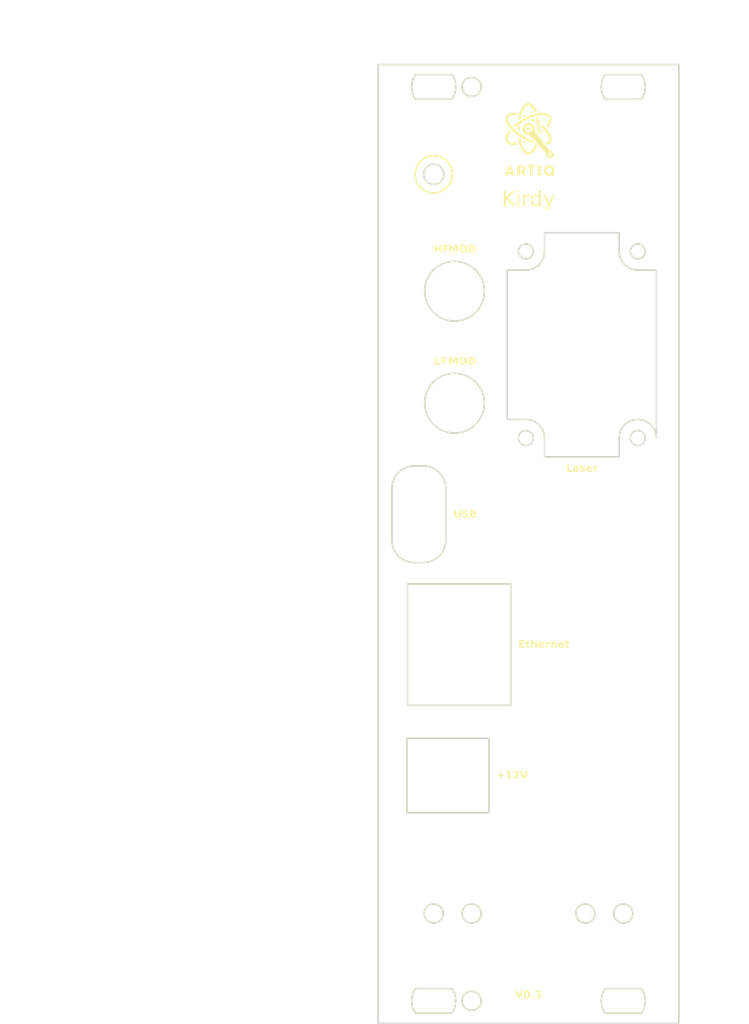
<source format=kicad_pcb>
(kicad_pcb (version 20221018) (generator pcbnew)
  (title_block (title "Kirdy Front Panel") (rev "rev0_3") (company "M-Labs Limited"))
  (layers (0 "F.Cu" jumper) (1 "In1.Cu" signal) (2 "In2.Cu" signal) (31 "B.Cu" signal) (34 "B.Paste" user) (35 "F.Paste" user) (36 "B.SilkS" user "B.Silkscreen") (37 "F.SilkS" user "F.Silkscreen") (38 "B.Mask" user) (39 "F.Mask" user) (44 "Edge.Cuts" user))
  (net 0 "")
  (gr_line (start 128.052652 76.004204) (end 125.552652 76.004204) (stroke (width 0.2)) (layer "F.SilkS"))
  (gr_arc (start 118.148057 152.227805) (mid 118.652652 153.877804) (end 118.148057 155.527803) (stroke (width 0.2)) (layer "F.SilkS"))
  (gr_line (start 143.548052 152.227804) (end 138.657252 152.227804) (stroke (width 0.2)) (layer "F.SilkS"))
  (gr_line (start 140.552652 81.004204) (end 130.552652 81.004204) (stroke (width 0.2)) (layer "F.SilkS"))
  (gr_arc (start 143.052652 56.003804) (mid 141.284885 55.271571) (end 140.552652 53.503804) (stroke (width 0.2)) (layer "F.SilkS"))
  (gr_arc (start 113.102652 95.178404) (mid 110.981332 94.299724) (end 110.102652 92.178404) (stroke (width 0.2)) (layer "F.SilkS"))
  (gr_poly (pts (xy 128.417345 36.8851) (xy 128.427789 36.885689) (xy 128.438105 36.886828) (xy 128.448278 36.888502) (xy 128.458293 36.890696) (xy 128.468137 36.893396) (xy 128.477795 36.896586) (xy 128.487251 36.900251) (xy 128.496493 36.904376) (xy 128.505504 36.908946) (xy 128.514271 36.913947) (xy 128.522779 36.919362) (xy 128.531013 36.925177) (xy 128.53896 36.931378) (xy 128.546604 36.937948) (xy 128.553931 36.944873) (xy 128.560926 36.952138) (xy 128.567575 36.959727) (xy 128.573864 36.967627) (xy 128.579778 36.975821) (xy 128.585302 36.984295) (xy 128.590421 36.993033) (xy 128.595122 37.002021) (xy 128.59939 37.011244) (xy 128.60321 37.020686) (xy 128.606568 37.030332) (xy 128.60945 37.040168) (xy 128.611839 37.050179) (xy 128.613724 37.060348) (xy 128.615087 37.070663) (xy 128.615916 37.081106) (xy 128.616196 37.091664) (xy 128.615932 37.102221) (xy 128.61515 37.112665) (xy 128.613861 37.122981) (xy 128.612076 37.133154) (xy 128.609809 37.14317) (xy 128.607071 37.153014) (xy 128.603873 37.162671) (xy 128.600228 37.172128) (xy 128.596148 37.181369) (xy 128.591644 37.190381) (xy 128.586729 37.199148) (xy 128.581414 37.207656) (xy 128.575712 37.21589) (xy 128.569634 37.223837) (xy 128.563193 37.231481) (xy 128.556399 37.238808) (xy 128.549266 37.245803) (xy 128.541805 37.252452) (xy 128.534028 37.258741) (xy 128.525947 37.264655) (xy 128.517574 37.270179) (xy 128.508921 37.275298) (xy 128.5 37.28) (xy 128.490822 37.284267) (xy 128.4814 37.288088) (xy 128.471746 37.291446) (xy 128.461871 37.294327) (xy 128.451788 37.296717) (xy 128.441508 37.298601) (xy 128.431044 37.299965) (xy 128.420406 37.300793) (xy 128.409608 37.301073) (xy 128.399051 37.300802) (xy 128.388607 37.299996) (xy 128.378291 37.298671) (xy 128.368118 37.296838) (xy 128.358103 37.294512) (xy 128.348259 37.291706) (xy 128.338601 37.288434) (xy 128.329145 37.284708) (xy 128.319904 37.280544) (xy 128.310892 37.275953) (xy 128.302125 37.27095) (xy 128.293617 37.265548) (xy 128.285383 37.25976) (xy 128.277436 37.2536) (xy 128.269792 37.247082) (xy 128.262465 37.240219) (xy 128.25547 37.233024) (xy 128.248821 37.225511) (xy 128.242532 37.217693) (xy 128.236618 37.209585) (xy 128.231094 37.201199) (xy 128.225975 37.192548) (xy 128.221273 37.183647) (xy 128.217005 37.174509) (xy 128.213185 37.165147) (xy 128.209827 37.155575) (xy 128.206946 37.145807) (xy 128.204556 37.135855) (xy 128.202672 37.125734) (xy 128.201308 37.115456) (xy 128.200479 37.105035) (xy 128.2002 37.094486) (xy 128.200223 37.083928) (xy 128.200811 37.073484) (xy 128.20195 37.063168) (xy 128.203624 37.052995) (xy 128.205819 37.04298) (xy 128.208519 37.033136) (xy 128.211709 37.023478) (xy 128.215374 37.014022) (xy 128.219499 37.004781) (xy 128.224069 36.995769) (xy 128.22907 36.987002) (xy 128.234485 36.978494) (xy 128.240301 36.97026) (xy 128.246501 36.962313) (xy 128.253071 36.954669) (xy 128.259996 36.947342) (xy 128.267261 36.940347) (xy 128.274851 36.933698) (xy 128.28275 36.927409) (xy 128.290944 36.921495) (xy 128.299418 36.915971) (xy 128.308157 36.910852) (xy 128.317145 36.906151) (xy 128.326367 36.901883) (xy 128.335809 36.898062) (xy 128.345456 36.894704) (xy 128.355292 36.891823) (xy 128.365302 36.889433) (xy 128.375472 36.887549) (xy 128.385786 36.886186) (xy 128.39623 36.885357) (xy 128.406787 36.885077)) (fill solid) (layer "F.SilkS"))
  (gr_arc (start 113.257245 155.527808) (mid 112.752653 153.877805) (end 113.257245 152.227802) (stroke (width 0.2)) (layer "F.SilkS"))
  (gr_arc (start 130.552652 53.503804) (mid 129.820419 55.271571) (end 128.052652 56.003804) (stroke (width 0.2)) (layer "F.SilkS"))
  (gr_line (start 112.102652 118.691004) (end 112.102652 128.691004) (stroke (width 0.2)) (layer "F.SilkS"))
  (gr_line (start 147.752652 156.877804) (end 148.552652 156.877804) (stroke (width 0.2)) (layer "F.SilkS"))
  (gr_circle (center 128.052652 53.503804) (end 129.052652 53.503804) (stroke (width 0.2)) (fill none) (layer "F.SilkS"))
  (gr_arc (start 138.657245 33.127808) (mid 138.152653 31.477805) (end 138.657245 29.827802) (stroke (width 0.2)) (layer "F.SilkS"))
  (gr_arc (start 143.548057 152.227805) (mid 144.052641 153.877804) (end 143.548057 155.527803) (stroke (width 0.2)) (layer "F.SilkS"))
  (gr_line (start 130.552652 78.504204) (end 130.552652 81.004204) (stroke (width 0.2)) (layer "F.SilkS"))
  (gr_line (start 117.312652 85.238404) (end 117.312652 92.178404) (stroke (width 0.2)) (layer "F.SilkS"))
  (gr_circle (center 120.782652 142.177804) (end 122.057652 142.177804) (stroke (width 0.2)) (fill none) (layer "F.SilkS"))
  (gr_arc (start 140.552652 78.504204) (mid 143.052652 76.004204) (end 145.552652 78.504204) (stroke (width 0.2)) (layer "F.SilkS"))
  (gr_circle (center 128.052652 78.504204) (end 129.052652 78.504204) (stroke (width 0.2)) (fill none) (layer "F.SilkS"))
  (gr_line (start 118.148052 29.827804) (end 113.257252 29.827804) (stroke (width 0.2)) (layer "F.SilkS"))
  (gr_line (start 113.257247 152.227805) (end 118.148047 152.227805) (stroke (width 0.2)) (layer "F.SilkS"))
  (gr_poly (pts (xy 126.475259 34.915822) (xy 126.508345 34.916581) (xy 126.54229 34.91781) (xy 126.577127 34.919478) (xy 126.649614 34.924016) (xy 126.72607 34.929956) (xy 126.766375 34.934233) (xy 126.806998 34.938775) (xy 126.848149 34.943846) (xy 126.890041 34.949711) (xy 126.955234 34.958178) (xy 126.867464 35.272291) (xy 126.796626 35.266646) (xy 126.747554 35.262413) (xy 126.700389 35.25818) (xy 126.658055 35.253911) (xy 126.615721 35.249431) (xy 126.536498 35.244542) (xy 126.497916 35.243201) (xy 126.459988 35.2426) (xy 126.422687 35.242746) (xy 126.38599 35.243641) (xy 126.349872 35.245292) (xy 126.314308 35.247702) (xy 126.279273 35.250876) (xy 126.244743 35.254819) (xy 126.210692 35.259535) (xy 126.177096 35.265028) (xy 126.143929 35.271303) (xy 126.111168 35.278366) (xy 126.078787 35.286219) (xy 126.046762 35.294869) (xy 126.023731 35.301484) (xy 126.00121 35.308631) (xy 125.979204 35.316315) (xy 125.957721 35.324537) (xy 125.936766 35.333302) (xy 125.916348 35.342613) (xy 125.896472 35.352472) (xy 125.877145 35.362884) (xy 125.840499 35.384626) (xy 125.806976 35.408444) (xy 125.776587 35.434298) (xy 125.749339 35.462147) (xy 125.725241 35.491951) (xy 125.704302 35.523668) (xy 125.68653 35.557259) (xy 125.671935 35.592684) (xy 125.660525 35.629901) (xy 125.652308 35.668869) (xy 125.647294 35.70955) (xy 125.64549 35.751901) (xy 125.646906 35.795883) (xy 125.651551 35.841455) (xy 125.659432 35.888576) (xy 125.67056 35.937207) (xy 125.681846 35.978997) (xy 125.694557 36.020602) (xy 125.708721 36.062099) (xy 125.724368 36.103568) (xy 125.741526 36.145086) (xy 125.760224 36.186732) (xy 125.780492 36.228585) (xy 125.802358 36.270723) (xy 125.825851 36.313224) (xy 125.851001 36.356169) (xy 125.877835 36.399634) (xy 125.906384 36.443698) (xy 125.936675 36.488441) (xy 125.968738 36.53394) (xy 126.038297 36.627522) (xy 126.099294 36.704973) (xy 126.162435 36.781386) (xy 126.227808 36.856848) (xy 126.295498 36.931444) (xy 126.365592 37.005262) (xy 126.438177 37.078387) (xy 126.513341 37.150906) (xy 126.591169 37.222905) (xy 126.671749 37.294471) (xy 126.755168 37.36569) (xy 126.841512 37.436649) (xy 126.930868 37.507433) (xy 127.118963 37.648826) (xy 127.320149 37.79056) (xy 127.5134 37.918803) (xy 127.708866 38.040428) (xy 127.906383 38.155432) (xy 128.105785 38.263811) (xy 128.306906 38.365563) (xy 128.509582 38.460683) (xy 128.713647 38.549169) (xy 128.918936 38.631018) (xy 129.111414 38.834781) (xy 129.057507 39.024435) (xy 129.007025 39.00736) (xy 128.982379 38.998797) (xy 128.958447 38.990286) (xy 128.846088 38.949364) (xy 128.791403 38.929167) (xy 128.73775 38.908441) (xy 128.542119 38.827782) (xy 128.350994 38.743891) (xy 128.164307 38.656721) (xy 127.981985 38.56623) (xy 127.80396 38.472371) (xy 127.630161 38.375101) (xy 127.460518 38.274375) (xy 127.29496 38.170149) (xy 127.133417 38.062376) (xy 126.975818 37.951014) (xy 126.822094 37.836017) (xy 126.672175 37.717341) (xy 126.525989 37.59494) (xy 126.383467 37.468771) (xy 126.244538 37.338789) (xy 126.109132 37.204949) (xy 126.049436 37.143725) (xy 125.992334 37.083088) (xy 125.937769 37.022964) (xy 125.885683 36.963278) (xy 125.836017 36.903956) (xy 125.788715 36.844923) (xy 125.743718 36.786106) (xy 125.700968 36.727429) (xy 125.660408 36.668818) (xy 125.621979 36.610198) (xy 125.585624 36.551496) (xy 125.551285 36.492637) (xy 125.518903 36.433547) (xy 125.488422 36.37415) (xy 125.459782 36.314374) (xy 125.432927 36.254142) (xy 125.413162 36.206322) (xy 125.395246 36.159459) (xy 125.379176 36.113512) (xy 125.364947 36.06844) (xy 125.352558 36.024202) (xy 125.342004 35.980755) (xy 125.333282 35.938059) (xy 125.326389 35.896073) (xy 125.321322 35.854754) (xy 125.318077 35.814063) (xy 125.316651 35.773957) (xy 125.317041 35.734395) (xy 125.319243 35.695335) (xy 125.323254 35.656737) (xy 125.329071 35.618559) (xy 125.33669 35.58076) (xy 125.349861 35.527223) (xy 125.366096 35.475934) (xy 125.385402 35.426884) (xy 125.407788 35.380065) (xy 125.433261 35.335468) (xy 125.46183 35.293085) (xy 125.493501 35.252909) (xy 125.528284 35.21493) (xy 125.566185 35.17914) (xy 125.607213 35.145532) (xy 125.651375 35.114096) (xy 125.69868 35.084826) (xy 125.749135 35.057711) (xy 125.802749 35.032745) (xy 125.859528 35.009918) (xy 125.919481 34.989223) (xy 125.978577 34.972283) (xy 126.039142 34.957472) (xy 126.101348 34.944832) (xy 126.165366 34.934401) (xy 126.231368 34.926219) (xy 126.299527 34.920325) (xy 126.370014 34.91676) (xy 126.443001 34.915563)) (fill solid) (layer "F.SilkS"))
  (gr_line (start 112.182652 114.288404) (end 126.022652 114.288404) (stroke (width 0.2)) (layer "F.SilkS"))
  (gr_arc (start 128.052652 76.004204) (mid 129.820419 76.736437) (end 130.552652 78.504204) (stroke (width 0.2)) (layer "F.SilkS"))
  (gr_circle (center 141.102652 142.177804) (end 142.377652 142.177804) (stroke (width 0.2)) (fill none) (layer "F.SilkS"))
  (gr_arc (start 110.102652 85.238404) (mid 110.981332 83.117084) (end 113.102652 82.238404) (stroke (width 0.2)) (layer "F.SilkS"))
  (gr_line (start 130.552652 78.504204) (end 130.552652 81.004204) (stroke (width 0.2)) (layer "F.SilkS"))
  (gr_line (start 130.552652 51.003804) (end 140.552652 51.003804) (stroke (width 0.2)) (layer "F.SilkS"))
  (gr_line (start 125.552652 56.004204) (end 128.052652 56.004204) (stroke (width 0.2)) (layer "F.SilkS"))
  (gr_poly (pts (xy 130.180951 42.238969) (xy 130.014157 42.238969) (xy 130.014157 43.070678) (xy 130.195062 43.070678) (xy 130.195062 43.34528) (xy 129.516037 43.34528) (xy 129.516037 43.070678) (xy 129.69722 43.070678) (xy 129.69722 42.238969) (xy 129.530145 42.238969) (xy 129.530145 41.964367) (xy 130.180951 41.964367)) (fill solid) (layer "F.SilkS"))
  (gr_arc (start 140.552652 78.504204) (mid 143.052652 76.004204) (end 145.552652 78.504204) (stroke (width 0.2)) (layer "F.SilkS"))
  (gr_line (start 138.657247 29.827805) (end 143.548047 29.827805) (stroke (width 0.2)) (layer "F.SilkS"))
  (gr_arc (start 138.65725 33.127807) (mid 138.152652 31.477804) (end 138.65725 29.827801) (stroke (width 0.2)) (layer "F.SilkS"))
  (gr_line (start 123.102652 128.691004) (end 112.102652 128.691004) (stroke (width 0.2)) (layer "F.SilkS"))
  (gr_line (start 113.257252 155.527804) (end 118.148052 155.527804) (stroke (width 0.2)) (layer "F.SilkS"))
  (gr_arc (start 118.148057 152.227805) (mid 118.652652 153.877804) (end 118.148057 155.527803) (stroke (width 0.2)) (layer "F.SilkS"))
  (gr_arc (start 117.312652 92.178404) (mid 116.433972 94.299724) (end 114.312652 95.178404) (stroke (width 0.2)) (layer "F.SilkS"))
  (gr_line (start 138.657247 33.127805) (end 143.548047 33.127805) (stroke (width 0.2)) (layer "F.SilkS"))
  (gr_line (start 140.552652 51.003804) (end 130.552652 51.003804) (stroke (width 0.2)) (layer "F.SilkS"))
  (gr_poly (pts (xy 126.165864 38.919067) (xy 126.140276 38.914182) (xy 126.115108 38.908836)) (fill solid) (layer "F.SilkS"))
  (gr_line (start 130.552652 81.004204) (end 140.552652 81.004204) (stroke (width 0.2)) (layer "F.SilkS"))
  (gr_line (start 113.257252 29.827804) (end 118.148052 29.827804) (stroke (width 0.2)) (layer "F.SilkS"))
  (gr_line (start 143.548052 152.227804) (end 138.657252 152.227804) (stroke (width 0.2)) (layer "F.SilkS"))
  (gr_line (start 125.552652 76.004204) (end 128.052652 76.004204) (stroke (width 0.2)) (layer "F.SilkS"))
  (gr_line (start 114.312652 95.178404) (end 113.102652 95.178404) (stroke (width 0.2)) (layer "F.SilkS"))
  (gr_line (start 113.257252 33.127804) (end 118.148052 33.127804) (stroke (width 0.2)) (layer "F.SilkS"))
  (gr_circle (center 120.782652 153.877804) (end 122.057652 153.877804) (stroke (width 0.2)) (fill none) (layer "F.SilkS"))
  (gr_circle (center 143.052652 78.504204) (end 144.052652 78.504204) (stroke (width 0.2)) (fill none) (layer "F.SilkS"))
  (gr_line (start 108.252652 142.677804) (end 108.252652 42.677804) (stroke (width 0.2)) (layer "F.SilkS"))
  (gr_line (start 112.102652 128.691004) (end 112.102652 118.691004) (stroke (width 0.2)) (layer "F.SilkS"))
  (gr_arc (start 138.65725 33.127807) (mid 138.152652 31.477804) (end 138.65725 29.827801) (stroke (width 0.2)) (layer "F.SilkS"))
  (gr_line (start 108.252652 156.877804) (end 148.552652 156.877804) (stroke (width 0.2)) (layer "F.SilkS"))
  (gr_poly (pts (xy 129.769244 35.594476) (xy 129.781946 35.668347) (xy 129.796281 35.753976) (xy 129.80985 35.837752) (xy 129.835849 36.005038) (xy 129.861779 36.207682) (xy 129.882367 36.41228) (xy 129.897538 36.618672) (xy 129.907216 36.826693) (xy 129.911324 37.036183) (xy 129.909787 37.24698) (xy 129.902528 37.45892) (xy 129.889471 37.671843) (xy 129.885193 37.730673) (xy 129.880651 37.788789) (xy 129.87558 37.846428) (xy 129.869714 37.903829) (xy 129.575357 37.524523) (xy 129.580792 37.42442) (xy 129.584441 37.32557) (xy 129.586371 37.227904) (xy 129.586646 37.131352) (xy 129.585334 37.035846) (xy 129.582501 36.941315) (xy 129.578212 36.847691) (xy 129.572534 36.754903) (xy 129.564497 36.659319) (xy 129.555332 36.563583) (xy 129.534399 36.37221) (xy 129.487585 35.993749) (xy 129.445255 35.659881) (xy 129.443181 35.649253) (xy 129.442228 35.643857) (xy 129.441373 35.638361) (xy 129.440651 35.632734) (xy 129.440094 35.62694) (xy 129.439736 35.620949) (xy 129.439641 35.617868) (xy 129.439609 35.614726) (xy 129.436786 35.59751) (xy 129.756543 35.518488)) (fill solid) (layer "F.SilkS"))
  (gr_line (start 108.252652 42.677804) (end 108.252652 28.477804) (stroke (width 0.2)) (layer "F.SilkS"))
  (gr_circle (center 115.702652 43.177804) (end 117.052652 43.177804) (stroke (width 0.2)) (fill none) (layer "F.SilkS"))
  (gr_line (start 138.657252 155.527804) (end 143.548052 155.527804) (stroke (width 0.2)) (layer "F.SilkS"))
  (gr_line (start 118.148052 155.527804) (end 113.257252 155.527804) (stroke (width 0.2)) (layer "F.SilkS"))
  (gr_circle (center 115.702652 142.177804) (end 116.977652 142.177804) (stroke (width 0.2)) (fill none) (layer "F.SilkS"))
  (gr_circle (center 136.022652 142.177804) (end 137.297652 142.177804) (stroke (width 0.2)) (fill none) (layer "F.SilkS"))
  (gr_circle (center 128.052652 53.503804) (end 129.052652 53.503804) (stroke (width 0.2)) (fill none) (layer "F.SilkS"))
  (gr_poly (pts (xy 131.246499 41.941651) (xy 131.310516 41.949586) (xy 131.37403 41.962893) (xy 131.436459 41.981636) (xy 131.467086 41.993068) (xy 131.497225 42.005883) (xy 131.526803 42.020091) (xy 131.555748 42.035699) (xy 131.583987 42.052717) (xy 131.611448 42.071151) (xy 131.638058 42.091011) (xy 131.663745 42.112305) (xy 131.688437 42.135041) (xy 131.712061 42.159227) (xy 131.734544 42.184871) (xy 131.755815 42.211982) (xy 131.7758 42.240569) (xy 131.794428 42.270638) (xy 131.811625 42.302199) (xy 131.82732 42.335261) (xy 131.841439 42.36983) (xy 131.853911 42.405915) (xy 131.864663 42.443525) (xy 131.873623 42.482669) (xy 131.880718 42.523353) (xy 131.885875 42.565587) (xy 131.889023 42.609378) (xy 131.890088 42.654736) (xy 131.889658 42.684208) (xy 131.888368 42.713149) (xy 131.886217 42.741563) (xy 131.883204 42.769456) (xy 131.879331 42.79683) (xy 131.874595 42.823691) (xy 131.868997 42.850044) (xy 131.862536 42.875893) (xy 131.855212 42.901243) (xy 131.847025 42.926097) (xy 131.837973 42.950462) (xy 131.828057 42.97434) (xy 131.817276 42.997737) (xy 131.805629 43.020658) (xy 131.793117 43.043106) (xy 131.779739 43.065087) (xy 131.771274 43.076377) (xy 131.921133 43.325295) (xy 131.921133 43.342512) (xy 131.587265 43.342512) (xy 131.547754 43.268852) (xy 131.527997 43.28014) (xy 131.508169 43.289977) (xy 131.487966 43.299267) (xy 131.467405 43.307997) (xy 131.446509 43.316155) (xy 131.425297 43.323729) (xy 131.403789 43.330708) (xy 131.382006 43.337078) (xy 131.359968 43.34283) (xy 131.337695 43.347949) (xy 131.315208 43.352425) (xy 131.292527 43.356245) (xy 131.269671 43.359397) (xy 131.246662 43.36187) (xy 131.223519 43.363651) (xy 131.200263 43.364729) (xy 131.176913 43.36509) (xy 131.113549 43.362492) (xy 131.050099 43.354651) (xy 130.98714 43.341496) (xy 130.925246 43.322955) (xy 130.89488 43.311644) (xy 130.864995 43.29896) (xy 130.835665 43.284894) (xy 130.806962 43.269438) (xy 130.778957 43.252583) (xy 130.751723 43.23432) (xy 130.725331 43.21464) (xy 130.699853 43.193534) (xy 130.675362 43.170994) (xy 130.651929 43.14701) (xy 130.629627 43.121574) (xy 130.608527 43.094677) (xy 130.588701 43.066311) (xy 130.570221 43.036465) (xy 130.55316 43.005132) (xy 130.537589 42.972302) (xy 130.523581 42.937968) (xy 130.511207 42.902119) (xy 130.500538 42.864747) (xy 130.491649 42.825844) (xy 130.484609 42.7854) (xy 130.479492 42.743406) (xy 130.476368 42.699855) (xy 130.475377 42.657559) (xy 130.800711 42.657559) (xy 130.801285 42.683641) (xy 130.80298 42.708815) (xy 130.805758 42.733088) (xy 130.809577 42.756463) (xy 130.8144 42.778946) (xy 130.820187 42.800542) (xy 130.826898 42.821257) (xy 130.834494 42.841096) (xy 130.842935 42.860063) (xy 130.852182 42.878165) (xy 130.862196 42.895406) (xy 130.872937 42.911792) (xy 130.884366 42.927328) (xy 130.896443 42.942018) (xy 130.909129 42.955869) (xy 130.922384 42.968885) (xy 130.936169 42.981072) (xy 130.950445 42.992435) (xy 130.965172 43.002979) (xy 130.98031 43.01271) (xy 130.995821 43.021632) (xy 131.011665 43.029751) (xy 131.027802 43.037071) (xy 131.044193 43.043599) (xy 131.060799 43.04934) (xy 131.077579 43.054298) (xy 131.094496 43.058479) (xy 131.111508 43.061888) (xy 131.145665 43.066412) (xy 131.179733 43.06791) (xy 131.214317 43.066381) (xy 131.248863 43.061772) (xy 131.283068 43.054056) (xy 131.31663 43.043202) (xy 131.333075 43.03659) (xy 131.349246 43.029182) (xy 131.365105 43.020975) (xy 131.380614 43.011965) (xy 131.395735 43.002149) (xy 131.41043 42.991523) (xy 131.424662 42.980084) (xy 131.438392 42.967827) (xy 131.451584 42.954749) (xy 131.464198 42.940846) (xy 131.476198 42.926115) (xy 131.487545 42.910551) (xy 131.498202 42.894153) (xy 131.508131 42.876914) (xy 131.517293 42.858833) (xy 131.525652 42.839905) (xy 131.533169 42.820126) (xy 131.539806 42.799494) (xy 131.545526 42.778004) (xy 131.550291 42.755652) (xy 131.554063 42.732436) (xy 131.556804 42.70835) (xy 131.558477 42.683392) (xy 131.559042 42.657559) (xy 131.558468 42.631758) (xy 131.556773 42.606845) (xy 131.553996 42.582816) (xy 131.550176 42.559667) (xy 131.545352 42.537392) (xy 131.539564 42.515988) (xy 131.532852 42.495449) (xy 131.525255 42.475772) (xy 131.516812 42.456951) (xy 131.507562 42.438982) (xy 131.497545 42.42186) (xy 131.486801 42.405582) (xy 131.475368 42.390142) (xy 131.463287 42.375536) (xy 131.450595 42.361759) (xy 131.437334 42.348807) (xy 131.423541 42.336675) (xy 131.409258 42.325358) (xy 131.394522 42.314853) (xy 131.379373 42.305155) (xy 131.363851 42.296258) (xy 131.347995 42.288159) (xy 131.331845 42.280853) (xy 131.315439 42.274335) (xy 131.298818 42.268601) (xy 131.28202 42.263646) (xy 131.265085 42.259466) (xy 131.248053 42.256057) (xy 131.213852 42.251529) (xy 131.179733 42.250028) (xy 131.1452 42.251529) (xy 131.110698 42.256057) (xy 131.076531 42.263646) (xy 131.043002 42.274335) (xy 131.026571 42.280853) (xy 131.010414 42.288159) (xy 130.994567 42.296258) (xy 130.97907 42.305155) (xy 130.963959 42.314853) (xy 130.949273 42.325358) (xy 130.935049 42.336675) (xy 130.921325 42.348807) (xy 130.90814 42.361759) (xy 130.895531 42.375536) (xy 130.883536 42.390142) (xy 130.872193 42.405582) (xy 130.86154 42.42186) (xy 130.851614 42.438982) (xy 130.842454 42.456951) (xy 130.834097 42.475772) (xy 130.826581 42.495449) (xy 130.819945 42.515988) (xy 130.814226 42.537392) (xy 130.809462 42.559667) (xy 130.80569 42.582816) (xy 130.802949 42.606845) (xy 130.801277 42.631758) (xy 130.800711 42.657559) (xy 130.475377 42.657559) (xy 130.475311 42.654736) (xy 130.476377 42.609378) (xy 130.479524 42.565587) (xy 130.484681 42.523353) (xy 130.491775 42.482669) (xy 130.500734 42.443525) (xy 130.511485 42.405915) (xy 130.523956 42.36983) (xy 130.538074 42.335261) (xy 130.553767 42.302199) (xy 130.570962 42.270638) (xy 130.589586 42.240569) (xy 130.609568 42.211982) (xy 130.630834 42.184871) (xy 130.653312 42.159227) (xy 130.676931 42.135041) (xy 130.701616 42.112305) (xy 130.727296 42.091011) (xy 130.753898 42.071151) (xy 130.78135 42.052717) (xy 130.809579 42.035699) (xy 130.838513 42.020091) (xy 130.868078 42.005883) (xy 130.898204 41.993068) (xy 130.928817 41.981636) (xy 130.991213 41.962893) (xy 131.054689 41.949586) (xy 131.118663 41.941651) (xy 131.182556 41.939021)) (fill solid) (layer "F.SilkS"))
  (gr_arc (start 138.65725 155.527807) (mid 138.152658 153.877804) (end 138.65725 152.227801) (stroke (width 0.2)) (layer "F.SilkS"))
  (gr_line (start 140.552652 81.004204) (end 140.552652 78.504204) (stroke (width 0.2)) (layer "F.SilkS"))
  (gr_line (start 117.312652 85.238404) (end 117.312652 92.178404) (stroke (width 0.2)) (layer "F.SilkS"))
  (gr_line (start 108.252652 28.477804) (end 108.252652 156.877804) (stroke (width 0.2)) (layer "F.SilkS"))
  (gr_poly (pts (xy 128.467726 36.286404) (xy 128.511538 36.289881) (xy 128.555085 36.295673) (xy 128.598268 36.303773) (xy 128.640988 36.314179) (xy 128.683146 36.326885) (xy 128.724643 36.341889) (xy 128.765379 36.359185) (xy 128.805255 36.37877) (xy 128.844172 36.40064) (xy 128.88203 36.42479) (xy 128.918732 36.451216) (xy 128.954176 36.479914) (xy 128.988265 36.510881) (xy 129.020898 36.544111) (xy 129.051978 36.579601) (xy 129.079513 36.615101) (xy 129.104866 36.651593) (xy 129.128036 36.688997) (xy 129.149021 36.727234) (xy 129.167822 36.766223) (xy 129.184438 36.805884) (xy 129.198868 36.846138) (xy 129.211113 36.886905) (xy 129.221172 36.928106) (xy 129.229045 36.96966) (xy 129.234731 37.011488) (xy 129.238229 37.053509) (xy 129.239539 37.095645) (xy 129.238662 37.137815) (xy 129.235596 37.179939) (xy 129.230341 37.221939) (xy 129.23375 37.242741) (xy 129.238831 37.265923) (xy 129.2458 37.291543) (xy 129.254872 37.319658) (xy 129.266264 37.350326) (xy 129.280193 37.383606) (xy 129.296874 37.419554) (xy 129.316524 37.458229) (xy 129.339359 37.499689) (xy 129.365595 37.543992) (xy 129.395448 37.591195) (xy 129.429135 37.641356) (xy 129.466872 37.694534) (xy 129.508875 37.750786) (xy 129.55536 37.81017) (xy 129.606543 37.872743) (xy 131.128848 39.825157) (xy 131.144329 39.841645) (xy 131.166865 39.864408) (xy 131.180486 39.877531) (xy 131.195519 39.891489) (xy 131.211848 39.906039) (xy 131.229355 39.920935) (xy 131.247924 39.935935) (xy 131.267438 39.950792) (xy 131.287779 39.965263) (xy 131.308831 39.979104) (xy 131.330477 39.99207) (xy 131.341486 39.998148) (xy 131.352599 40.003916) (xy 131.363803 40.009344) (xy 131.375081 40.0144) (xy 131.38642 40.019054) (xy 131.397806 40.023275) (xy 131.418425 40.02791) (xy 131.438883 40.033353) (xy 131.45915 40.039611) (xy 131.479196 40.046691) (xy 131.498993 40.054602) (xy 131.518511 40.06335) (xy 131.53772 40.072944) (xy 131.556591 40.08339) (xy 131.575096 40.094695) (xy 131.593204 40.106868) (xy 131.610886 40.119916) (xy 131.628113 40.133846) (xy 131.644856 40.148665) (xy 131.661084 40.164382) (xy 131.67677 40.181003) (xy 131.691882 40.198536) (xy 131.708248 40.219261) (xy 131.723374 40.240554) (xy 131.737267 40.262369) (xy 131.749929 40.284661) (xy 131.761367 40.307385) (xy 131.771584 40.330493) (xy 131.780586 40.353942) (xy 131.788377 40.377686) (xy 131.794961 40.401678) (xy 131.800344 40.425873) (xy 131.80453 40.450226) (xy 131.807523 40.474692) (xy 131.809329 40.499224) (xy 131.809951 40.523777) (xy 131.809395 40.548305) (xy 131.807665 40.572763) (xy 131.804766 40.597105) (xy 131.800703 40.621286) (xy 131.79548 40.64526) (xy 131.789101 40.668982) (xy 131.781572 40.692406) (xy 131.772897 40.715485) (xy 131.763081 40.738176) (xy 131.752129 40.760432) (xy 131.740044 40.782207) (xy 131.726832 40.803457) (xy 131.712498 40.824135) (xy 131.697045 40.844196) (xy 131.680479 40.863594) (xy 131.662805 40.882284) (xy 131.644026 40.90022) (xy 131.624149 40.917356) (xy 131.605878 40.93176) (xy 131.587178 40.945231) (xy 131.568081 40.95777) (xy 131.54862 40.969378) (xy 131.528828 40.980054) (xy 131.508738 40.9898) (xy 131.488384 40.998616) (xy 131.467799 41.006503) (xy 131.447015 41.013459) (xy 131.426066 41.019487) (xy 131.404984 41.024587) (xy 131.383803 41.028758) (xy 131.362556 41.032002) (xy 131.341276 41.034318) (xy 131.319996 41.035707) (xy 131.298749 41.03617) (xy 131.271172 41.035443) (xy 131.243726 41.033265) (xy 131.216467 41.029639) (xy 131.189453 41.024569) (xy 131.162742 41.018058) (xy 131.136391 41.010111) (xy 131.110458 41.000731) (xy 131.084999 40.989922) (xy 131.060074 40.977687) (xy 131.035738 40.964031) (xy 131.012049 40.948957) (xy 130.989065 40.932468) (xy 130.966844 40.914569) (xy 130.945442 40.895263) (xy 130.924918 40.874554) (xy 130.905328 40.852445) (xy 130.892445 40.836323) (xy 130.880354 40.819829) (xy 130.869045 40.802987) (xy 130.858511 40.785823) (xy 130.848742 40.768361) (xy 130.83973 40.750626) (xy 130.831467 40.732644) (xy 130.823943 40.714438) (xy 130.81715 40.696034) (xy 130.811079 40.677456) (xy 130.805722 40.65873) (xy 130.801069 40.639879) (xy 130.797113 40.620929) (xy 130.793844 40.601905) (xy 130.79211 40.589131) (xy 130.978992 40.589131) (xy 131.19122 40.843696) (xy 131.519446 40.787252) (xy 131.632617 40.475961) (xy 131.420386 40.221397) (xy 131.09216 40.277841) (xy 130.978992 40.589131) (xy 130.79211 40.589131) (xy 130.791254 40.582831) (xy 130.789334 40.563732) (xy 130.789334 40.538331) (xy 130.78613 40.51567) (xy 130.780911 40.49247) (xy 130.773917 40.468913) (xy 130.76539 40.44518) (xy 130.755569 40.421454) (xy 130.744696 40.397917) (xy 130.733011 40.37475) (xy 130.720755 40.352135) (xy 130.708168 40.330255) (xy 130.695491 40.30929) (xy 130.670829 40.270838) (xy 130.631009 40.21293) (xy 128.964203 38.407554) (xy 128.911759 38.34555) (xy 128.861617 38.288817) (xy 128.813752 38.237122) (xy 128.768139 38.190234) (xy 128.724752 38.14792) (xy 128.683564 38.109947) (xy 128.644552 38.076084) (xy 128.607688 38.046098) (xy 128.572947 38.019756) (xy 128.540304 37.996827) (xy 128.509733 37.977078) (xy 128.481208 37.960276) (xy 128.454704 37.94619) (xy 128.430195 37.934586) (xy 128.407656 37.925233) (xy 128.387061 37.917899) (xy 128.345728 37.914754) (xy 128.304552 37.909557) (xy 128.263625 37.90231) (xy 128.223036 37.893019) (xy 128.182878 37.881687) (xy 128.14324 37.868319) (xy 128.104214 37.852919) (xy 128.065891 37.83549) (xy 128.028362 37.816037) (xy 127.991718 37.794564) (xy 127.956049 37.771076) (xy 127.921446 37.745576) (xy 127.888002 37.718068) (xy 127.855805 37.688557) (xy 127.824948 37.657046) (xy 127.795522 37.623541) (xy 127.769441 37.590697) (xy 127.745328 37.55693) (xy 127.723175 37.522314) (xy 127.702977 37.486922) (xy 127.684726 37.450828) (xy 127.668415 37.414103) (xy 127.654038 37.376821) (xy 127.641587 37.339056) (xy 127.631057 37.300881) (xy 127.622439 37.262367) (xy 127.615728 37.22359) (xy 127.610916 37.184622) (xy 127.610309 37.176501) (xy 127.903049 37.176501) (xy 128.234096 37.575563) (xy 128.234097 37.575563) (xy 128.74633 37.487792) (xy 128.927515 37.001241) (xy 128.596469 36.602178) (xy 128.084236 36.689949) (xy 127.903049 37.176501) (xy 127.610309 37.176501) (xy 127.607997 37.145535) (xy 127.606963 37.106404) (xy 127.607808 37.067301) (xy 127.610526 37.028299) (xy 127.615109 36.989471) (xy 127.62155 36.950892) (xy 127.629843 36.912633) (xy 127.639981 36.874767) (xy 127.651957 36.837369) (xy 127.665764 36.800511) (xy 127.681395 36.764266) (xy 127.698844 36.728707) (xy 127.718104 36.693908) (xy 127.739167 36.659941) (xy 127.762028 36.62688) (xy 127.786679 36.594797) (xy 127.813113 36.563767) (xy 127.841324 36.533862) (xy 127.871305 36.505154) (xy 127.903049 36.477719) (xy 127.932083 36.454117) (xy 127.961793 36.432094) (xy 127.992135 36.411643) (xy 128.023064 36.392757) (xy 128.054535 36.375426) (xy 128.086504 36.359644) (xy 128.118927 36.345402) (xy 128.151757 36.332692) (xy 128.184952 36.321507) (xy 128.218465 36.311839) (xy 128.252253 36.30368) (xy 128.286271 36.297022) (xy 128.320475 36.291857) (xy 128.354818 36.288178) (xy 128.389258 36.285976) (xy 128.423749 36.285243)) (fill solid) (layer "F.SilkS"))
  (gr_circle (center 115.702652 142.177804) (end 116.977652 142.177804) (stroke (width 0.2)) (fill none) (layer "F.SilkS"))
  (gr_line (start 138.657252 152.227804) (end 143.548052 152.227804) (stroke (width 0.2)) (layer "F.SilkS"))
  (gr_line (start 143.052652 56.004204) (end 145.552652 56.004204) (stroke (width 0.2)) (layer "F.SilkS"))
  (gr_line (start 112.182652 98.028404) (end 112.182652 114.288404) (stroke (width 0.2)) (layer "F.SilkS"))
  (gr_line (start 140.552652 51.003804) (end 140.552652 53.503804) (stroke (width 0.2)) (layer "F.SilkS"))
  (gr_line (start 125.552652 56.004204) (end 128.052652 56.004204) (stroke (width 0.2)) (layer "F.SilkS"))
  (gr_arc (start 130.552652 53.503804) (mid 129.820419 55.271571) (end 128.052652 56.003804) (stroke (width 0.2)) (layer "F.SilkS"))
  (gr_line (start 145.552652 56.004204) (end 143.052652 56.004204) (stroke (width 0.2)) (layer "F.SilkS"))
  (gr_line (start 112.102652 118.691004) (end 123.102652 118.691004) (stroke (width 0.2)) (layer "F.SilkS"))
  (gr_circle (center 120.782652 31.477804) (end 122.057652 31.477804) (stroke (width 0.2)) (fill none) (layer "F.SilkS"))
  (gr_arc (start 143.548057 152.227805) (mid 144.052652 153.877804) (end 143.548057 155.527803) (stroke (width 0.2)) (layer "F.SilkS"))
  (gr_line (start 125.552652 76.004204) (end 125.552652 56.004204) (stroke (width 0.2)) (layer "F.SilkS"))
  (gr_line (start 126.022652 114.288404) (end 112.182652 114.288404) (stroke (width 0.2)) (layer "F.SilkS"))
  (gr_arc (start 128.052652 76.004204) (mid 129.820419 76.736437) (end 130.552652 78.504204) (stroke (width 0.2)) (layer "F.SilkS"))
  (gr_line (start 126.022652 98.028404) (end 126.022652 114.288404) (stroke (width 0.2)) (layer "F.SilkS"))
  (gr_line (start 125.552652 56.004204) (end 125.552652 76.004204) (stroke (width 0.2)) (layer "F.SilkS"))
  (gr_arc (start 138.65725 33.127807) (mid 138.152652 31.477804) (end 138.65725 29.827801) (stroke (width 0.2)) (layer "F.SilkS"))
  (gr_circle (center 120.782652 153.877804) (end 122.057652 153.877804) (stroke (width 0.2)) (fill none) (layer "F.SilkS"))
  (gr_circle (center 120.782652 142.177804) (end 122.057652 142.177804) (stroke (width 0.2)) (fill none) (layer "F.SilkS"))
  (gr_circle (center 115.702652 43.177804) (end 117.052652 43.177804) (stroke (width 0.2)) (fill none) (layer "F.SilkS"))
  (gr_poly (pts (xy 131.317742 40.326225) (xy 131.328186 40.327054) (xy 131.338501 40.328418) (xy 131.348674 40.330302) (xy 131.35869 40.332692) (xy 131.368534 40.335573) (xy 131.378191 40.338931) (xy 131.387648 40.342751) (xy 131.396889 40.347019) (xy 131.405901 40.35172) (xy 131.414668 40.35684) (xy 131.423176 40.362364) (xy 131.43141 40.368278) (xy 131.439357 40.374566) (xy 131.447 40.381216) (xy 131.454327 40.388211) (xy 131.461323 40.395538) (xy 131.467972 40.403182) (xy 131.474261 40.411129) (xy 131.480174 40.419363) (xy 131.485698 40.427871) (xy 131.490818 40.436638) (xy 131.495519 40.44565) (xy 131.499787 40.454891) (xy 131.503607 40.464348) (xy 131.506965 40.474005) (xy 131.509846 40.483849) (xy 131.512236 40.493865) (xy 131.51412 40.504038) (xy 131.515484 40.514354) (xy 131.516313 40.524798) (xy 131.516592 40.535356) (xy 131.516329 40.545913) (xy 131.515547 40.556357) (xy 131.514257 40.566673) (xy 131.512473 40.576846) (xy 131.510206 40.586862) (xy 131.507468 40.596706) (xy 131.50427 40.606363) (xy 131.500625 40.61582) (xy 131.496545 40.625061) (xy 131.492041 40.634072) (xy 131.487126 40.642839) (xy 131.481812 40.651347) (xy 131.47611 40.659582) (xy 131.470032 40.667528) (xy 131.463591 40.675172) (xy 131.456797 40.682499) (xy 131.449664 40.689495) (xy 131.442203 40.696144) (xy 131.434427 40.702433) (xy 131.426346 40.708346) (xy 131.417973 40.71387) (xy 131.40932 40.71899) (xy 131.400398 40.723691) (xy 131.391221 40.727959) (xy 131.381799 40.731779) (xy 131.372145 40.735137) (xy 131.36227 40.738018) (xy 131.352186 40.740408) (xy 131.341907 40.742292) (xy 131.331442 40.743656) (xy 131.320805 40.744485) (xy 131.310007 40.744764) (xy 131.299201 40.744493) (xy 131.28854 40.743687) (xy 131.278037 40.742359) (xy 131.267706 40.740524) (xy 131.257558 40.738193) (xy 131.247608 40.735379) (xy 131.237868 40.732096) (xy 131.228352 40.728356) (xy 131.219071 40.724172) (xy 131.210039 40.719558) (xy 131.201269 40.714527) (xy 131.192774 40.70909) (xy 131.184568 40.703262) (xy 131.176662 40.697056) (xy 131.16907 40.690483) (xy 131.161805 40.683558) (xy 131.154879 40.676293) (xy 131.148307 40.668701) (xy 131.1421 40.660795) (xy 131.136272 40.652588) (xy 131.130836 40.644093) (xy 131.125804 40.635323) (xy 131.12119 40.626292) (xy 131.117007 40.617011) (xy 131.113267 40.607494) (xy 131.109984 40.597754) (xy 131.10717 40.587804) (xy 131.104839 40.577657) (xy 131.103003 40.567325) (xy 131.101676 40.556823) (xy 131.10087 40.546162) (xy 131.100598 40.535356) (xy 131.100621 40.524798) (xy 131.10121 40.514354) (xy 131.102348 40.504038) (xy 131.104023 40.493865) (xy 131.106217 40.483849) (xy 131.108917 40.474005) (xy 131.112107 40.464348) (xy 131.115772 40.454891) (xy 131.119897 40.44565) (xy 131.124467 40.436638) (xy 131.129467 40.427871) (xy 131.134883 40.419363) (xy 131.140698 40.411129) (xy 131.146898 40.403182) (xy 131.153468 40.395538) (xy 131.160393 40.388211) (xy 131.167658 40.381216) (xy 131.175248 40.374566) (xy 131.183147 40.368278) (xy 131.191341 40.362364) (xy 131.199815 40.35684) (xy 131.208553 40.35172) (xy 131.217541 40.347019) (xy 131.226764 40.342751) (xy 131.236206 40.338931) (xy 131.245852 40.335573) (xy 131.255688 40.332692) (xy 131.265699 40.330302) (xy 131.275869 40.328418) (xy 131.286183 40.327054) (xy 131.296626 40.326225) (xy 131.307184 40.325946)) (fill solid) (layer "F.SilkS"))
  (gr_circle (center 120.782652 153.877804) (end 122.057652 153.877804) (stroke (width 0.2)) (fill none) (layer "F.SilkS"))
  (gr_poly (pts (xy 126.066545 37.516172) (xy 126.035501 37.558505) (xy 126.025044 37.571425) (xy 126.014815 37.584554) (xy 126.004778 37.597861) (xy 125.994896 37.611316) (xy 125.975454 37.638555) (xy 125.956197 37.666032) (xy 125.908742 37.736937) (xy 125.862415 37.809727) (xy 125.818079 37.8847) (xy 125.796927 37.923098) (xy 125.776597 37.962153) (xy 125.757196 38.001903) (xy 125.738833 38.042385) (xy 125.721614 38.083635) (xy 125.705649 38.125692) (xy 125.691044 38.168592) (xy 125.677909 38.212373) (xy 125.66635 38.257071) (xy 125.656476 38.302725) (xy 125.651895 38.327723) (xy 125.648257 38.352285) (xy 125.64556 38.376406) (xy 125.643801 38.400081) (xy 125.642977 38.423306) (xy 125.643086 38.446076) (xy 125.644124 38.468385) (xy 125.646091 38.490231) (xy 125.648982 38.511607) (xy 125.652795 38.532509) (xy 125.657528 38.552933) (xy 125.663178 38.572873) (xy 125.669742 38.592325) (xy 125.677218 38.611285) (xy 125.685602 38.629747) (xy 125.694893 38.647707) (xy 125.705088 38.66516) (xy 125.716184 38.682101) (xy 125.728178 38.698526) (xy 125.741068 38.714431) (xy 125.754852 38.729809) (xy 125.769525 38.744658) (xy 125.785087 38.758971) (xy 125.801534 38.772744) (xy 125.818864 38.785973) (xy 125.837073 38.798653) (xy 125.85616 38.810779) (xy 125.876122 38.822346) (xy 125.896956 38.83335) (xy 125.918659 38.843786) (xy 125.941229 38.85365) (xy 125.964664 38.862936) (xy 125.96792 38.864541) (xy 125.971228 38.866077) (xy 125.977967 38.868964) (xy 125.98482 38.871632) (xy 125.991721 38.874119) (xy 125.99861 38.87646) (xy 126.005422 38.878692) (xy 126.018567 38.882974) (xy 126.06685 38.896865) (xy 126.116326 38.908903) (xy 126.167132 38.91909) (xy 126.219404 38.927424) (xy 126.273276 38.933907) (xy 126.328884 38.938537) (xy 126.386364 38.941315) (xy 126.445851 38.942241) (xy 126.473942 38.942197) (xy 126.503143 38.941888) (xy 126.533402 38.941051) (xy 126.548912 38.940351) (xy 126.564667 38.939419) (xy 126.590172 38.938112) (xy 126.615723 38.936376) (xy 126.667255 38.93201) (xy 126.719845 38.927116) (xy 126.774075 38.922486) (xy 126.797447 38.920281) (xy 126.809239 38.919013) (xy 126.821137 38.917547) (xy 126.833166 38.915816) (xy 126.845355 38.913754) (xy 126.857729 38.911296) (xy 126.870314 38.908374) (xy 126.958084 39.219665) (xy 126.942739 39.221782) (xy 126.926547 39.223899) (xy 126.892891 39.228132) (xy 126.849323 39.233997) (xy 126.807025 39.239068) (xy 126.765256 39.24361) (xy 126.723276 39.247888) (xy 126.650965 39.253664) (xy 126.582094 39.258118) (xy 126.548701 39.259766) (xy 126.515869 39.260984) (xy 126.4835 39.261739) (xy 126.451495 39.261998) (xy 126.391824 39.261326) (xy 126.333589 39.259264) (xy 126.276663 39.255748) (xy 126.220921 39.25071) (xy 126.166237 39.244084) (xy 126.112486 39.235805) (xy 126.059541 39.225806) (xy 126.007278 39.214021) (xy 125.958151 39.201471) (xy 125.910589 39.18723) (xy 125.864626 39.171326) (xy 125.820293 39.153788) (xy 125.777622 39.134645) (xy 125.736644 39.113924) (xy 125.697393 39.091655) (xy 125.659898 39.067865) (xy 125.624193 39.042584) (xy 125.590309 39.01584) (xy 125.558277 38.987661) (xy 125.528131 38.958076) (xy 125.499901 38.927114) (xy 125.473619 38.894803) (xy 125.449318 38.861171) (xy 125.427029 38.826248) (xy 125.406904 38.790098) (xy 125.388964 38.752796) (xy 125.373204 38.714377) (xy 125.359622 38.674879) (xy 125.348213 38.63434) (xy 125.338973 38.592796) (xy 125.331897 38.550284) (xy 125.326982 38.506842) (xy 125.324223 38.462508) (xy 125.323616 38.417317) (xy 125.325158 38.371308) (xy 125.328843 38.324518) (xy 125.334668 38.276983) (xy 125.342628 38.228742) (xy 125.35272 38.179831) (xy 125.36494 38.130287) (xy 125.38421 38.066223) (xy 125.405793 38.003584) (xy 125.429481 37.942396) (xy 125.455066 37.882682) (xy 125.482342 37.824466) (xy 125.5111 37.767772) (xy 125.541133 37.712624) (xy 125.572233 37.659047) (xy 125.604193 37.607064) (xy 125.636805 37.556698) (xy 125.669863 37.507975) (xy 125.703157 37.460918) (xy 125.769628 37.371898) (xy 125.834558 37.289829)) (fill solid) (layer "F.SilkS"))
  (gr_line (start 118.148052 152.227804) (end 113.257252 152.227804) (stroke (width 0.2)) (layer "F.SilkS"))
  (gr_line (start 140.552652 53.503804) (end 140.552652 51.003804) (stroke (width 0.2)) (layer "F.SilkS"))
  (gr_circle (center 120.782652 31.477804) (end 122.057652 31.477804) (stroke (width 0.2)) (fill none) (layer "F.SilkS"))
  (gr_line (start 138.657252 155.527804) (end 143.548052 155.527804) (stroke (width 0.2)) (layer "F.SilkS"))
  (gr_line (start 114.312652 82.238404) (end 113.102652 82.238404) (stroke (width 0.2)) (layer "F.SilkS"))
  (gr_circle (center 143.052652 53.503804) (end 144.052652 53.503804) (stroke (width 0.2)) (fill none) (layer "F.SilkS"))
  (gr_arc (start 138.65725 155.527807) (mid 138.152658 153.877804) (end 138.65725 152.227801) (stroke (width 0.2)) (layer "F.SilkS"))
  (gr_line (start 108.252652 156.877804) (end 108.252652 142.677804) (stroke (width 0.2)) (layer "F.SilkS"))
  (gr_arc (start 113.102652 95.178404) (mid 110.981332 94.299724) (end 110.102652 92.178404) (stroke (width 0.2)) (layer "F.SilkS"))
  (gr_line (start 112.102652 128.691004) (end 123.102652 128.691004) (stroke (width 0.2)) (layer "F.SilkS"))
  (gr_circle (center 141.102652 142.177804) (end 142.377652 142.177804) (stroke (width 0.2)) (fill none) (layer "F.SilkS"))
  (gr_line (start 147.693252 156.877804) (end 147.752652 156.877804) (stroke (width 0.2)) (layer "F.SilkS"))
  (gr_poly (pts (xy 128.152084 35.297572) (xy 128.061491 35.34301) (xy 127.941617 35.404887) (xy 127.882897 35.434926) (xy 127.82386 35.464647) (xy 127.819753 35.466753) (xy 127.815878 35.468793) (xy 127.812202 35.4707) (xy 127.810427 35.471583) (xy 127.80869 35.472409) (xy 127.806987 35.473168) (xy 127.805312 35.473853) (xy 127.803662 35.474455) (xy 127.802032 35.474966) (xy 127.80042 35.475378) (xy 127.798819 35.475683) (xy 127.797227 35.475872) (xy 127.795639 35.475936) (xy 127.782189 35.481713) (xy 127.7763 35.484122) (xy 127.77351 35.485192) (xy 127.770802 35.486167) (xy 127.76816 35.487042) (xy 127.765569 35.487815) (xy 127.763012 35.48848) (xy 127.760475 35.489033) (xy 127.75794 35.48947) (xy 127.755394 35.489788) (xy 127.752819 35.489981) (xy 127.7502 35.490047) (xy 127.746988 35.489948) (xy 127.743685 35.48965) (xy 127.740266 35.489154) (xy 127.736707 35.48846) (xy 127.732982 35.487567) (xy 127.729067 35.486475) (xy 127.720567 35.483697) (xy 127.711009 35.480126) (xy 127.700194 35.47576) (xy 127.674001 35.464647) (xy 127.764311 35.153356)) (fill solid) (layer "F.SilkS"))
  (gr_poly (pts (xy 128.557809 33.647696) (xy 128.616569 33.664726) (xy 128.673576 33.685077) (xy 128.728912 33.708814) (xy 128.782658 33.736004) (xy 128.834897 33.766713) (xy 128.885712 33.801008) (xy 128.935185 33.838953) (xy 128.983397 33.880617) (xy 129.030432 33.926063) (xy 129.076371 33.975359) (xy 129.121297 34.028572) (xy 129.165292 34.085766) (xy 129.208438 34.147008) (xy 129.250818 34.212365) (xy 129.292514 34.281902) (xy 129.317425 34.325537) (xy 129.341462 34.369469) (xy 129.364785 34.413733) (xy 129.387552 34.45836) (xy 129.432055 34.548839) (xy 129.476239 34.64117) (xy 129.495453 34.679922) (xy 129.514587 34.719416) (xy 129.552722 34.799778) (xy 129.230142 34.881623) (xy 129.170877 34.759985) (xy 129.101097 34.614958) (xy 129.066101 34.544363) (xy 129.047974 34.509325) (xy 129.029199 34.474377) (xy 129.01309 34.444507) (xy 128.99651 34.415424) (xy 128.979462 34.387116) (xy 128.961943 34.35957) (xy 128.943955 34.332773) (xy 128.925497 34.306712) (xy 128.906569 34.281375) (xy 128.887172 34.256748) (xy 128.867305 34.232819) (xy 128.846968 34.209576) (xy 128.826162 34.187004) (xy 128.804886 34.165092) (xy 128.783141 34.143827) (xy 128.760925 34.123195) (xy 128.738241 34.103184) (xy 128.715086 34.083782) (xy 128.676821 34.054909) (xy 128.638445 34.029886) (xy 128.619221 34.018818) (xy 128.599975 34.008712) (xy 128.580709 33.999569) (xy 128.561426 33.991389) (xy 128.542127 33.984171) (xy 128.522815 33.977915) (xy 128.50349 33.972621) (xy 128.484156 33.968291) (xy 128.464814 33.964922) (xy 128.445466 33.962516) (xy 128.426114 33.961072) (xy 128.40676 33.960591) (xy 128.387406 33.961072) (xy 128.368054 33.962516) (xy 128.348706 33.964922) (xy 128.329364 33.968291) (xy 128.31003 33.972621) (xy 128.290705 33.977915) (xy 128.271392 33.984171) (xy 128.252093 33.991389) (xy 128.23281 33.999569) (xy 128.213544 34.008712) (xy 128.194298 34.018818) (xy 128.175074 34.029886) (xy 128.136698 34.054909) (xy 128.098431 34.083782) (xy 128.075851 34.102227) (xy 128.053704 34.121492) (xy 128.031963 34.1416) (xy 128.010598 34.162579) (xy 127.989581 34.184451) (xy 127.968881 34.207244) (xy 127.948471 34.230982) (xy 127.928322 34.25569) (xy 127.908404 34.281393) (xy 127.888689 34.308117) (xy 127.869147 34.335887) (xy 127.84975 34.364729) (xy 127.830469 34.394666) (xy 127.811274 34.425725) (xy 127.77303 34.49131) (xy 127.709562 34.611192) (xy 127.650682 34.735675) (xy 127.596187 34.865389) (xy 127.545876 35.000968) (xy 127.499547 35.143042) (xy 127.456998 35.292243) (xy 127.418028 35.449203) (xy 127.382434 35.614554) (xy 127.379614 35.628725) (xy 127.376409 35.64255) (xy 127.372765 35.656024) (xy 127.368627 35.669138) (xy 127.363943 35.681884) (xy 127.358656 35.694257) (xy 127.352715 35.706247) (xy 127.346063 35.717847) (xy 127.342454 35.723499) (xy 127.338647 35.729051) (xy 127.334636 35.734502) (xy 127.330413 35.739851) (xy 127.325973 35.745097) (xy 127.321307 35.750239) (xy 127.31641 35.755276) (xy 127.311274 35.760207) (xy 127.305894 35.765032) (xy 127.300261 35.769749) (xy 127.29437 35.774358) (xy 127.288213 35.778857) (xy 127.281784 35.783246) (xy 127.275076 35.787523) (xy 127.268082 35.791689) (xy 127.260796 35.795741) (xy 127.248109 35.802223) (xy 127.235545 35.80896) (xy 127.21071 35.823125) (xy 127.186154 35.838097) (xy 127.161736 35.853738) (xy 127.062675 35.920201) (xy 127.054082 35.926545) (xy 127.045253 35.932857) (xy 127.036219 35.939102) (xy 127.02701 35.945248) (xy 127.017655 35.951262) (xy 127.008185 35.95711) (xy 126.998629 35.96276) (xy 126.989017 35.968179) (xy 127.003127 35.883512) (xy 127.011359 35.830432) (xy 127.019248 35.777644) (xy 127.027614 35.725437) (xy 127.032231 35.699643) (xy 127.037276 35.674103) (xy 127.073536 35.497288) (xy 127.112409 35.329448) (xy 127.154126 35.169983) (xy 127.198919 35.018289) (xy 127.247019 34.873766) (xy 127.298658 34.735811) (xy 127.325877 34.669109) (xy 127.354067 34.603823) (xy 127.383258 34.539878) (xy 127.413478 34.477199) (xy 127.436326 34.431618) (xy 127.460213 34.386293) (xy 127.485144 34.341185) (xy 127.511127 34.296259) (xy 127.538169 34.251479) (xy 127.566276 34.206808) (xy 127.595454 34.16221) (xy 127.62571 34.117648) (xy 127.661205 34.068063) (xy 127.697635 34.021112) (xy 127.735008 33.976784) (xy 127.773333 33.935067) (xy 127.81262 33.89595) (xy 127.852875 33.859421) (xy 127.894109 33.825468) (xy 127.93633 33.79408) (xy 127.979546 33.765245) (xy 128.023766 33.738952) (xy 128.068999 33.715189) (xy 128.115254 33.693944) (xy 128.162539 33.675207) (xy 128.210862 33.658964) (xy 128.260234 33.645206) (xy 128.310661 33.63392) (xy 128.497212 33.63392)) (fill solid) (layer "F.SilkS"))
  (gr_circle (center 120.782652 142.177804) (end 122.057652 142.177804) (stroke (width 0.2)) (fill none) (layer "F.SilkS"))
  (gr_circle (center 136.022652 142.177804) (end 137.297652 142.177804) (stroke (width 0.2)) (fill none) (layer "F.SilkS"))
  (gr_circle (center 141.102652 142.177804) (end 142.377652 142.177804) (stroke (width 0.2)) (fill none) (layer "F.SilkS"))
  (gr_arc (start 114.312652 82.238404) (mid 116.433972 83.117084) (end 117.312652 85.238404) (stroke (width 0.2)) (layer "F.SilkS"))
  (gr_line (start 113.257247 152.227805) (end 118.148047 152.227805) (stroke (width 0.2)) (layer "F.SilkS"))
  (gr_line (start 138.657252 29.827804) (end 143.548052 29.827804) (stroke (width 0.2)) (layer "F.SilkS"))
  (gr_circle (center 128.052652 78.504204) (end 129.052652 78.504204) (stroke (width 0.2)) (fill none) (layer "F.SilkS"))
  (gr_arc (start 118.148057 29.827805) (mid 118.652652 31.477804) (end 118.148057 33.127803) (stroke (width 0.2)) (layer "F.SilkS"))
  (gr_line (start 138.657252 155.527804) (end 143.548052 155.527804) (stroke (width 0.2)) (layer "F.SilkS"))
  (gr_arc (start 113.25725 155.527807) (mid 112.752652 153.877804) (end 113.25725 152.227801) (stroke (width 0.2)) (layer "F.SilkS"))
  (gr_poly (pts (xy 127.528192 41.967608) (xy 127.549192 41.968692) (xy 127.569856 41.970489) (xy 127.590173 41.972991) (xy 127.610133 41.976188) (xy 127.629723 41.980074) (xy 127.648934 41.984639) (xy 127.667755 41.989875) (xy 127.686174 41.995775) (xy 127.704181 42.002329) (xy 127.721764 42.00953) (xy 127.738914 42.01737) (xy 127.755618 42.025839) (xy 127.771867 42.03493) (xy 127.787648 42.044635) (xy 127.802952 42.054945) (xy 127.817768 42.065852) (xy 127.832083 42.077347) (xy 127.845889 42.089423) (xy 127.859172 42.102071) (xy 127.871924 42.115283) (xy 127.884133 42.129051) (xy 127.895787 42.143366) (xy 127.906876 42.15822) (xy 127.91739 42.173605) (xy 127.927317 42.189513) (xy 127.936646 42.205935) (xy 127.945366 42.222863) (xy 127.953467 42.240288) (xy 127.960938 42.258203) (xy 127.967767 42.2766) (xy 127.973944 42.295469) (xy 127.979626 42.315147) (xy 127.984505 42.3349) (xy 127.988588 42.354705) (xy 127.991885 42.374537) (xy 127.994402 42.394373) (xy 127.996147 42.41419) (xy 127.997127 42.433962) (xy 127.997351 42.453668) (xy 127.996826 42.473281) (xy 127.995559 42.49278) (xy 127.993558 42.51214) (xy 127.990831 42.531336) (xy 127.987386 42.550346) (xy 127.98323 42.569146) (xy 127.97837 42.587711) (xy 127.972816 42.606019) (xy 127.966573 42.624044) (xy 127.95965 42.641763) (xy 127.952054 42.659153) (xy 127.943793 42.67619) (xy 127.934875 42.692849) (xy 127.925307 42.709107) (xy 127.915097 42.724941) (xy 127.904253 42.740325) (xy 127.892782 42.755237) (xy 127.880692 42.769653) (xy 127.867991 42.783549) (xy 127.854686 42.7969) (xy 127.840784 42.809684) (xy 127.826294 42.821876) (xy 127.811224 42.833453) (xy 127.79558 42.84439) (xy 127.778647 42.858502) (xy 128.064256 43.322474) (xy 128.064256 43.345335) (xy 127.690875 43.345335) (xy 127.447601 42.926518) (xy 127.224081 42.926518) (xy 127.224081 43.345335) (xy 126.904323 43.345335) (xy 126.904323 42.244387) (xy 127.224081 42.244387) (xy 127.224081 42.64627) (xy 127.506866 42.64627) (xy 127.517319 42.645975) (xy 127.527456 42.645101) (xy 127.537277 42.643668) (xy 127.546781 42.641693) (xy 127.555966 42.639197) (xy 127.564831 42.636196) (xy 127.573376 42.632711) (xy 127.581598 42.628759) (xy 127.589498 42.62436) (xy 127.597074 42.619531) (xy 127.604325 42.614292) (xy 127.61125 42.608661) (xy 127.617848 42.602657) (xy 127.624117 42.596299) (xy 127.630057 42.589605) (xy 127.635667 42.582594) (xy 127.640945 42.575284) (xy 127.64589 42.567694) (xy 127.650501 42.559844) (xy 127.654778 42.55175) (xy 127.662323 42.534911) (xy 127.668515 42.517325) (xy 127.673347 42.499143) (xy 127.676808 42.480512) (xy 127.678892 42.461584) (xy 127.679588 42.442506) (xy 127.679419 42.424887) (xy 127.67785 42.407173) (xy 127.676539 42.398334) (xy 127.674877 42.389534) (xy 127.672864 42.380796) (xy 127.670499 42.372141) (xy 127.66778 42.363589) (xy 127.664709 42.355162) (xy 127.661284 42.346882) (xy 127.657506 42.338769) (xy 127.653372 42.330844) (xy 127.648884 42.32313) (xy 127.64404 42.315647) (xy 127.638841 42.308416) (xy 127.633285 42.301459) (xy 127.627372 42.294797) (xy 127.621102 42.288451) (xy 127.614474 42.282443) (xy 127.607488 42.276793) (xy 127.600143 42.271523) (xy 127.59244 42.266654) (xy 127.584376 42.262207) (xy 127.575953 42.258204) (xy 127.567169 42.254666) (xy 127.558023 42.251614) (xy 127.548517 42.249069) (xy 127.538648 42.247052) (xy 127.528417 42.245586) (xy 127.517824 42.244691) (xy 127.506866 42.244387) (xy 127.224081 42.244387) (xy 126.904323 42.244387) (xy 126.904323 41.967245) (xy 127.506866 41.967245)) (fill solid) (layer "F.SilkS"))
  (gr_line (start 143.548052 155.527804) (end 138.657252 155.527804) (stroke (width 0.2)) (layer "F.SilkS"))
  (gr_line (start 140.552652 53.503804) (end 140.552652 51.003804) (stroke (width 0.2)) (layer "F.SilkS"))
  (gr_circle (center 136.022652 142.177804) (end 137.297652 142.177804) (stroke (width 0.2)) (fill none) (layer "F.SilkS"))
  (gr_arc (start 113.257245 155.527808) (mid 112.752653 153.877805) (end 113.257245 152.227802) (stroke (width 0.2)) (layer "F.SilkS"))
  (gr_line (start 118.148047 155.527805) (end 113.257247 155.527805) (stroke (width 0.2)) (layer "F.SilkS"))
  (gr_arc (start 118.148052 152.227806) (mid 118.652636 153.877805) (end 118.148052 155.527804) (stroke (width 0.2)) (layer "F.SilkS"))
  (gr_poly (pts (xy 129.045891 35.733681) (xy 129.051503 35.734495) (xy 129.057464 35.735819) (xy 129.063738 35.737627) (xy 129.070291 35.73989) (xy 129.07709 35.742582) (xy 129.091285 35.749146) (xy 129.106049 35.757102) (xy 129.121108 35.766235) (xy 129.136186 35.776328) (xy 129.15101 35.787167) (xy 129.165305 35.798534) (xy 129.178796 35.810215) (xy 129.191209 35.821994) (xy 129.202269 35.833654) (xy 129.211702 35.84498) (xy 129.215722 35.850451) (xy 129.219233 35.855757) (xy 129.2222 35.860871) (xy 129.224589 35.865767) (xy 129.226364 35.870418) (xy 129.227493 35.874797) (xy 129.269824 36.149399) (xy 129.283936 36.242814) (xy 128.652887 35.880723) (xy 128.749126 35.84093) (xy 128.891717 35.786109) (xy 128.962088 35.759333) (xy 129.032193 35.733403) (xy 129.040662 35.733403)) (fill solid) (layer "F.SilkS"))
  (gr_line (start 112.182652 98.028404) (end 112.182652 114.288404) (stroke (width 0.2)) (layer "F.SilkS"))
  (gr_poly (pts (xy 126.115108 38.908836) (xy 126.090354 38.90303) (xy 126.066012 38.896765)) (fill solid) (layer "F.SilkS"))
  (gr_circle (center 141.102652 142.177804) (end 142.377652 142.177804) (stroke (width 0.2)) (fill none) (layer "F.SilkS"))
  (gr_circle (center 118.492652 73.830804) (end 122.492652 73.830804) (stroke (width 0.2)) (fill none) (layer "F.SilkS"))
  (gr_arc (start 143.548057 29.827805) (mid 144.052652 31.477804) (end 143.548057 33.127803) (stroke (width 0.2)) (layer "F.SilkS"))
  (gr_line (start 138.657247 33.127805) (end 143.548047 33.127805) (stroke (width 0.2)) (layer "F.SilkS"))
  (gr_line (start 112.182652 98.028404) (end 126.022652 98.028404) (stroke (width 0.2)) (layer "F.SilkS"))
  (gr_arc (start 113.25725 33.127807) (mid 112.752652 31.477804) (end 113.25725 29.827801) (stroke (width 0.2)) (layer "F.SilkS"))
  (gr_arc (start 130.552652 53.503804) (mid 129.820419 55.271571) (end 128.052652 56.003804) (stroke (width 0.2)) (layer "F.SilkS"))
  (gr_line (start 110.102652 85.238404) (end 110.102652 92.178404) (stroke (width 0.2)) (layer "F.SilkS"))
  (gr_circle (center 115.702652 43.177804) (end 117.052652 43.177804) (stroke (width 0.2)) (fill none) (layer "F.SilkS"))
  (gr_arc (start 143.548057 152.227805) (mid 144.052641 153.877804) (end 143.548057 155.527803) (stroke (width 0.2)) (layer "F.SilkS"))
  (gr_circle (center 118.492652 58.830804) (end 122.492652 58.830804) (stroke (width 0.2)) (fill none) (layer "F.SilkS"))
  (gr_circle (center 115.702652 43.177804) (end 118.202652 43.177804) (stroke (width 0.2)) (fill none) (layer "F.SilkS"))
  (gr_circle (center 118.492652 58.830804) (end 122.492652 58.830804) (stroke (width 0.2)) (fill none) (layer "F.SilkS"))
  (gr_line (start 143.052652 56.004204) (end 145.552652 56.004204) (stroke (width 0.2)) (layer "F.SilkS"))
  (gr_line (start 145.552652 56.004204) (end 143.052652 56.004204) (stroke (width 0.2)) (layer "F.SilkS"))
  (gr_arc (start 130.552652 53.503804) (mid 129.820419 55.271571) (end 128.052652 56.003804) (stroke (width 0.2)) (layer "F.SilkS"))
  (gr_arc (start 118.148057 152.227805) (mid 118.652652 153.877804) (end 118.148057 155.527803) (stroke (width 0.2)) (layer "F.SilkS"))
  (gr_line (start 143.548052 155.527804) (end 138.657252 155.527804) (stroke (width 0.2)) (layer "F.SilkS"))
  (gr_line (start 143.548047 29.827805) (end 138.657247 29.827805) (stroke (width 0.2)) (layer "F.SilkS"))
  (gr_line (start 112.182652 114.288404) (end 112.182652 98.028404) (stroke (width 0.2)) (layer "F.SilkS"))
  (gr_line (start 143.548052 155.527804) (end 138.657252 155.527804) (stroke (width 0.2)) (layer "F.SilkS"))
  (gr_line (start 125.552652 56.004204) (end 125.552652 76.004204) (stroke (width 0.2)) (layer "F.SilkS"))
  (gr_circle (center 136.022652 142.177804) (end 137.297652 142.177804) (stroke (width 0.2)) (fill none) (layer "F.SilkS"))
  (gr_arc (start 143.548057 152.227805) (mid 144.052652 153.877804) (end 143.548057 155.527803) (stroke (width 0.2)) (layer "F.SilkS"))
  (gr_circle (center 120.782652 142.177804) (end 122.057652 142.177804) (stroke (width 0.2)) (fill none) (layer "F.SilkS"))
  (gr_circle (center 120.782652 31.477804) (end 122.057652 31.477804) (stroke (width 0.2)) (fill none) (layer "F.SilkS"))
  (gr_arc (start 138.65725 155.527807) (mid 138.152652 153.877804) (end 138.65725 152.227801) (stroke (width 0.2)) (layer "F.SilkS"))
  (gr_circle (center 118.492652 73.830804) (end 122.492652 73.830804) (stroke (width 0.2)) (fill none) (layer "F.SilkS"))
  (gr_line (start 112.182652 114.288404) (end 126.022652 114.288404) (stroke (width 0.2)) (layer "F.SilkS"))
  (gr_arc (start 143.548057 29.827805) (mid 144.052652 31.477804) (end 143.548057 33.127803) (stroke (width 0.2)) (layer "F.SilkS"))
  (gr_circle (center 120.782652 153.877804) (end 122.057652 153.877804) (stroke (width 0.2)) (fill none) (layer "F.SilkS"))
  (gr_arc (start 118.148057 152.227805) (mid 118.652652 153.877804) (end 118.148057 155.527803) (stroke (width 0.2)) (layer "F.SilkS"))
  (gr_arc (start 118.148052 152.227806) (mid 118.652636 153.877805) (end 118.148052 155.527804) (stroke (width 0.2)) (layer "F.SilkS"))
  (gr_circle (center 128.052652 53.503804) (end 129.052652 53.503804) (stroke (width 0.2)) (fill none) (layer "F.SilkS"))
  (gr_line (start 117.312652 92.178404) (end 117.312652 85.238404) (stroke (width 0.2)) (layer "F.SilkS"))
  (gr_line (start 143.548052 152.227804) (end 138.657252 152.227804) (stroke (width 0.2)) (layer "F.SilkS"))
  (gr_line (start 113.102652 82.238404) (end 114.312652 82.238404) (stroke (width 0.2)) (layer "F.SilkS"))
  (gr_arc (start 138.65725 33.127807) (mid 138.152652 31.477804) (end 138.65725 29.827801) (stroke (width 0.2)) (layer "F.SilkS"))
  (gr_arc (start 143.548052 29.827806) (mid 144.052636 31.477805) (end 143.548052 33.127804) (stroke (width 0.2)) (layer "F.SilkS"))
  (gr_arc (start 143.052652 56.003804) (mid 141.284885 55.271571) (end 140.552652 53.503804) (stroke (width 0.2)) (layer "F.SilkS"))
  (gr_line (start 138.657252 33.127804) (end 143.548052 33.127804) (stroke (width 0.2)) (layer "F.SilkS"))
  (gr_circle (center 136.022652 142.177804) (end 137.297652 142.177804) (stroke (width 0.2)) (fill none) (layer "F.SilkS"))
  (gr_line (start 125.552652 76.004204) (end 128.052652 76.004204) (stroke (width 0.2)) (layer "F.SilkS"))
  (gr_circle (center 143.052652 78.504204) (end 144.052652 78.504204) (stroke (width 0.2)) (fill none) (layer "F.SilkS"))
  (gr_circle (center 118.492652 73.830804) (end 122.492652 73.830804) (stroke (width 0.2)) (fill none) (layer "F.SilkS"))
  (gr_line (start 112.102652 128.691004) (end 112.102652 118.691004) (stroke (width 0.2)) (layer "F.SilkS"))
  (gr_line (start 118.148047 155.527805) (end 113.257247 155.527805) (stroke (width 0.2)) (layer "F.SilkS"))
  (gr_circle (center 118.492652 58.830804) (end 122.492652 58.830804) (stroke (width 0.2)) (fill none) (layer "F.SilkS"))
  (gr_circle (center 120.782652 142.177804) (end 122.057652 142.177804) (stroke (width 0.2)) (fill none) (layer "F.SilkS"))
  (gr_line (start 113.257252 155.527804) (end 118.148052 155.527804) (stroke (width 0.2)) (layer "F.SilkS"))
  (gr_line (start 113.257252 152.227804) (end 118.148052 152.227804) (stroke (width 0.2)) (layer "F.SilkS"))
  (gr_line (start 138.657247 29.827805) (end 143.548047 29.827805) (stroke (width 0.2)) (layer "F.SilkS"))
  (gr_circle (center 120.782652 31.477804) (end 122.057652 31.477804) (stroke (width 0.2)) (fill none) (layer "F.SilkS"))
  (gr_line (start 110.102652 85.238404) (end 110.102652 92.178404) (stroke (width 0.2)) (layer "F.SilkS"))
  (gr_circle (center 141.102652 142.177804) (end 142.377652 142.177804) (stroke (width 0.2)) (fill none) (layer "F.SilkS"))
  (gr_line (start 113.257247 155.527805) (end 118.148047 155.527805) (stroke (width 0.2)) (layer "F.SilkS"))
  (gr_circle (center 115.702652 142.177804) (end 116.977652 142.177804) (stroke (width 0.2)) (fill none) (layer "F.SilkS"))
  (gr_line (start 145.552652 78.504204) (end 145.552652 56.004204) (stroke (width 0.2)) (layer "F.SilkS"))
  (gr_line (start 145.552652 78.504204) (end 145.552652 56.004204) (stroke (width 0.2)) (layer "F.SilkS"))
  (gr_line (start 118.148052 155.527804) (end 113.257252 155.527804) (stroke (width 0.2)) (layer "F.SilkS"))
  (gr_line (start 118.148052 33.127804) (end 113.257252 33.127804) (stroke (width 0.2)) (layer "F.SilkS"))
  (gr_line (start 108.252652 42.677804) (end 108.252652 28.477804) (stroke (width 0.2)) (layer "F.SilkS"))
  (gr_circle (center 128.052652 78.504204) (end 129.052652 78.504204) (stroke (width 0.2)) (fill none) (layer "F.SilkS"))
  (gr_line (start 143.548052 29.827804) (end 138.657252 29.827804) (stroke (width 0.2)) (layer "F.SilkS"))
  (gr_line (start 143.548047 33.127805) (end 138.657247 33.127805) (stroke (width 0.2)) (layer "F.SilkS"))
  (gr_line (start 113.257247 155.527805) (end 118.148047 155.527805) (stroke (width 0.2)) (layer "F.SilkS"))
  (gr_line (start 138.657252 33.127804) (end 143.548052 33.127804) (stroke (width 0.2)) (layer "F.SilkS"))
  (gr_circle (center 143.052652 78.504204) (end 144.052652 78.504204) (stroke (width 0.2)) (fill none) (layer "F.SilkS"))
  (gr_line (start 126.022652 98.028404) (end 126.022652 114.288404) (stroke (width 0.2)) (layer "F.SilkS"))
  (gr_arc (start 138.657245 33.127808) (mid 138.152653 31.477805) (end 138.657245 29.827802) (stroke (width 0.2)) (layer "F.SilkS"))
  (gr_arc (start 114.312652 82.238404) (mid 116.433972 83.117084) (end 117.312652 85.238404) (stroke (width 0.2)) (layer "F.SilkS"))
  (gr_arc (start 138.65725 155.527807) (mid 138.152658 153.877804) (end 138.65725 152.227801) (stroke (width 0.2)) (layer "F.SilkS"))
  (gr_line (start 143.548052 155.527804) (end 138.657252 155.527804) (stroke (width 0.2)) (layer "F.SilkS"))
  (gr_line (start 113.102652 95.178404) (end 114.312652 95.178404) (stroke (width 0.2)) (layer "F.SilkS"))
  (gr_line (start 128.052652 76.004204) (end 125.552652 76.004204) (stroke (width 0.2)) (layer "F.SilkS"))
  (gr_arc (start 138.657245 33.127808) (mid 138.152653 31.477805) (end 138.657245 29.827802) (stroke (width 0.2)) (layer "F.SilkS"))
  (gr_line (start 114.312652 95.178404) (end 113.102652 95.178404) (stroke (width 0.2)) (layer "F.SilkS"))
  (gr_circle (center 115.702652 43.177804) (end 118.202652 43.177804) (stroke (width 0.2)) (fill none) (layer "F.SilkS"))
  (gr_line (start 130.552652 81.004204) (end 140.552652 81.004204) (stroke (width 0.2)) (layer "F.SilkS"))
  (gr_line (start 126.022652 98.028404) (end 112.182652 98.028404) (stroke (width 0.2)) (layer "F.SilkS"))
  (gr_arc (start 140.552652 78.504204) (mid 143.052652 76.004204) (end 145.552652 78.504204) (stroke (width 0.2)) (layer "F.SilkS"))
  (gr_arc (start 138.657245 33.127808) (mid 138.152653 31.477805) (end 138.657245 29.827802) (stroke (width 0.2)) (layer "F.SilkS"))
  (gr_arc (start 143.052652 56.003804) (mid 141.284885 55.271571) (end 140.552652 53.503804) (stroke (width 0.2)) (layer "F.SilkS"))
  (gr_line (start 148.552652 156.877804) (end 148.552652 28.477804) (stroke (width 0.2)) (layer "F.SilkS"))
  (gr_arc (start 117.312652 92.178404) (mid 116.433972 94.299724) (end 114.312652 95.178404) (stroke (width 0.2)) (layer "F.SilkS"))
  (gr_line (start 123.102652 128.691004) (end 112.102652 128.691004) (stroke (width 0.2)) (layer "F.SilkS"))
  (gr_line (start 138.657252 152.227804) (end 143.548052 152.227804) (stroke (width 0.2)) (layer "F.SilkS"))
  (gr_circle (center 115.702652 43.177804) (end 118.202652 43.177804) (stroke (width 0.2)) (fill none) (layer "F.SilkS"))
  (gr_arc (start 113.257245 155.527808) (mid 112.752653 153.877805) (end 113.257245 152.227802) (stroke (width 0.2)) (layer "F.SilkS"))
  (gr_circle (center 115.702652 142.177804) (end 116.977652 142.177804) (stroke (width 0.2)) (fill none) (layer "F.SilkS"))
  (gr_line (start 110.102652 92.178404) (end 110.102652 85.238404) (stroke (width 0.2)) (layer "F.SilkS"))
  (gr_poly (pts (xy 126.592947 43.319825) (xy 126.592947 43.345223) (xy 126.273189 43.345223) (xy 126.179773 43.144282) (xy 125.611096 43.144282) (xy 125.51768 43.345223) (xy 125.197922 43.345223) (xy 125.197922 43.319825) (xy 125.403086 42.875607) (xy 125.707333 42.875607) (xy 126.080714 42.875607) (xy 125.891342 42.4455) (xy 125.707333 42.875607) (xy 125.403086 42.875607) (xy 125.831793 41.947378) (xy 125.959076 41.947378)) (fill solid) (layer "F.SilkS"))
  (gr_line (start 112.182652 98.028404) (end 126.022652 98.028404) (stroke (width 0.2)) (layer "F.SilkS"))
  (gr_arc (start 143.548057 152.227805) (mid 144.052652 153.877804) (end 143.548057 155.527803) (stroke (width 0.2)) (layer "F.SilkS"))
  (gr_arc (start 128.052652 76.004204) (mid 129.820419 76.736437) (end 130.552652 78.504204) (stroke (width 0.2)) (layer "F.SilkS"))
  (gr_arc (start 110.102652 85.238404) (mid 110.981332 83.117084) (end 113.102652 82.238404) (stroke (width 0.2)) (layer "F.SilkS"))
  (gr_line (start 126.022652 114.288404) (end 126.022652 98.028404) (stroke (width 0.2)) (layer "F.SilkS"))
  (gr_line (start 130.552652 53.503804) (end 130.552652 51.003804) (stroke (width 0.2)) (layer "F.SilkS"))
  (gr_circle (center 141.102652 142.177804) (end 142.377652 142.177804) (stroke (width 0.2)) (fill none) (layer "F.SilkS"))
  (gr_circle (center 115.702652 142.177804) (end 116.977652 142.177804) (stroke (width 0.2)) (fill none) (layer "F.SilkS"))
  (gr_line (start 123.102652 118.691004) (end 123.102652 128.691004) (stroke (width 0.2)) (layer "F.SilkS"))
  (gr_arc (start 113.257245 155.527808) (mid 112.752653 153.877805) (end 113.257245 152.227802) (stroke (width 0.2)) (layer "F.SilkS"))
  (gr_line (start 112.102652 118.691004) (end 123.102652 118.691004) (stroke (width 0.2)) (layer "F.SilkS"))
  (gr_arc (start 143.548057 29.827805) (mid 144.052652 31.477804) (end 143.548057 33.127803) (stroke (width 0.2)) (layer "F.SilkS"))
  (gr_arc (start 118.148057 29.827805) (mid 118.652652 31.477804) (end 118.148057 33.127803) (stroke (width 0.2)) (layer "F.SilkS"))
  (gr_line (start 143.548047 29.827805) (end 138.657247 29.827805) (stroke (width 0.2)) (layer "F.SilkS"))
  (gr_arc (start 118.148052 152.227806) (mid 118.652636 153.877805) (end 118.148052 155.527804) (stroke (width 0.2)) (layer "F.SilkS"))
  (gr_line (start 113.257252 33.127804) (end 118.148052 33.127804) (stroke (width 0.2)) (layer "F.SilkS"))
  (gr_poly (pts (xy 126.066012 38.896765) (xy 126.042075 38.890042) (xy 126.018539 38.882862)) (fill solid) (layer "F.SilkS"))
  (gr_line (start 130.552652 81.004204) (end 130.552652 78.504204) (stroke (width 0.2)) (layer "F.SilkS"))
  (gr_line (start 147.693252 156.877804) (end 147.752652 156.877804) (stroke (width 0.2)) (layer "F.SilkS"))
  (gr_circle (center 118.492652 58.830804) (end 122.492652 58.830804) (stroke (width 0.2)) (fill none) (layer "F.SilkS"))
  (gr_arc (start 138.65725 155.527807) (mid 138.152652 153.877804) (end 138.65725 152.227801) (stroke (width 0.2)) (layer "F.SilkS"))
  (gr_arc (start 114.312652 82.238404) (mid 116.433972 83.117084) (end 117.312652 85.238404) (stroke (width 0.2)) (layer "F.SilkS"))
  (gr_circle (center 115.702652 43.177804) (end 117.052652 43.177804) (stroke (width 0.2)) (fill none) (layer "F.SilkS"))
  (gr_circle (center 120.782652 153.877804) (end 122.057652 153.877804) (stroke (width 0.2)) (fill none) (layer "F.SilkS"))
  (gr_circle (center 136.022652 142.177804) (end 137.297652 142.177804) (stroke (width 0.2)) (fill none) (layer "F.SilkS"))
  (gr_line (start 128.052652 56.004204) (end 125.552652 56.004204) (stroke (width 0.2)) (layer "F.SilkS"))
  (gr_line (start 148.552652 156.877804) (end 148.552652 28.477804) (stroke (width 0.2)) (layer "F.SilkS"))
  (gr_line (start 147.693252 28.477804) (end 147.752652 28.477804) (stroke (width 0.2)) (layer "F.SilkS"))
  (gr_line (start 118.148052 29.827804) (end 113.257252 29.827804) (stroke (width 0.2)) (layer "F.SilkS"))
  (gr_arc (start 113.25725 33.127807) (mid 112.752652 31.477804) (end 113.25725 29.827801) (stroke (width 0.2)) (layer "F.SilkS"))
  (gr_line (start 108.252652 156.877804) (end 148.552652 156.877804) (stroke (width 0.2)) (layer "F.SilkS"))
  (gr_line (start 140.552652 78.504204) (end 140.552652 81.004204) (stroke (width 0.2)) (layer "F.SilkS"))
  (gr_arc (start 143.548052 29.827806) (mid 144.052636 31.477805) (end 143.548052 33.127804) (stroke (width 0.2)) (layer "F.SilkS"))
  (gr_line (start 130.552652 81.004204) (end 130.552652 78.504204) (stroke (width 0.2)) (layer "F.SilkS"))
  (gr_line (start 145.552652 56.004204) (end 145.552652 78.504204) (stroke (width 0.2)) (layer "F.SilkS"))
  (gr_line (start 140.552652 78.504204) (end 140.552652 81.004204) (stroke (width 0.2)) (layer "F.SilkS"))
  (gr_arc (start 118.148052 152.227806) (mid 118.652636 153.877805) (end 118.148052 155.527804) (stroke (width 0.2)) (layer "F.SilkS"))
  (gr_arc (start 118.148057 29.827805) (mid 118.652652 31.477804) (end 118.148057 33.127803) (stroke (width 0.2)) (layer "F.SilkS"))
  (gr_line (start 130.552652 51.003804) (end 130.552652 53.503804) (stroke (width 0.2)) (layer "F.SilkS"))
  (gr_circle (center 141.102652 142.177804) (end 142.377652 142.177804) (stroke (width 0.2)) (fill none) (layer "F.SilkS"))
  (gr_line (start 138.657252 29.827804) (end 143.548052 29.827804) (stroke (width 0.2)) (layer "F.SilkS"))
  (gr_circle (center 143.052652 78.504204) (end 144.052652 78.504204) (stroke (width 0.2)) (fill none) (layer "F.SilkS"))
  (gr_line (start 126.022652 114.288404) (end 112.182652 114.288404) (stroke (width 0.2)) (layer "F.SilkS"))
  (gr_line (start 123.102652 128.691004) (end 123.102652 118.691004) (stroke (width 0.2)) (layer "F.SilkS"))
  (gr_arc (start 143.548052 29.827806) (mid 144.052636 31.477805) (end 143.548052 33.127804) (stroke (width 0.2)) (layer "F.SilkS"))
  (gr_line (start 140.552652 51.003804) (end 130.552652 51.003804) (stroke (width 0.2)) (layer "F.SilkS"))
  (gr_circle (center 115.702652 142.177804) (end 116.977652 142.177804) (stroke (width 0.2)) (fill none) (layer "F.SilkS"))
  (gr_circle (center 143.052652 53.503804) (end 144.052652 53.503804) (stroke (width 0.2)) (fill none) (layer "F.SilkS"))
  (gr_line (start 117.312652 92.178404) (end 117.312652 85.238404) (stroke (width 0.2)) (layer "F.SilkS"))
  (gr_arc (start 143.548052 29.827806) (mid 144.052636 31.477805) (end 143.548052 33.127804) (stroke (width 0.2)) (layer "F.SilkS"))
  (gr_circle (center 128.052652 53.503804) (end 129.052652 53.503804) (stroke (width 0.2)) (fill none) (layer "F.SilkS"))
  (gr_line (start 143.548052 33.127804) (end 138.657252 33.127804) (stroke (width 0.2)) (layer "F.SilkS"))
  (gr_arc (start 138.65725 155.527807) (mid 138.152658 153.877804) (end 138.65725 152.227801) (stroke (width 0.2)) (layer "F.SilkS"))
  (gr_circle (center 143.052652 53.503804) (end 144.052652 53.503804) (stroke (width 0.2)) (fill none) (layer "F.SilkS"))
  (gr_circle (center 143.052652 53.503804) (end 144.052652 53.503804) (stroke (width 0.2)) (fill none) (layer "F.SilkS"))
  (gr_line (start 143.548052 29.827804) (end 138.657252 29.827804) (stroke (width 0.2)) (layer "F.SilkS"))
  (gr_line (start 118.148047 152.227805) (end 113.257247 152.227805) (stroke (width 0.2)) (layer "F.SilkS"))
  (gr_circle (center 128.052652 78.504204) (end 129.052652 78.504204) (stroke (width 0.2)) (fill none) (layer "F.SilkS"))
  (gr_circle (center 120.782652 153.877804) (end 122.057652 153.877804) (stroke (width 0.2)) (fill none) (layer "F.SilkS"))
  (gr_arc (start 138.65725 155.527807) (mid 138.152652 153.877804) (end 138.65725 152.227801) (stroke (width 0.2)) (layer "F.SilkS"))
  (gr_line (start 126.022652 114.288404) (end 126.022652 98.028404) (stroke (width 0.2)) (layer "F.SilkS"))
  (gr_arc (start 113.25725 155.527807) (mid 112.752652 153.877804) (end 113.25725 152.227801) (stroke (width 0.2)) (layer "F.SilkS"))
  (gr_circle (center 115.702652 43.177804) (end 118.202652 43.177804) (stroke (width 0.2)) (fill none) (layer "F.SilkS"))
  (gr_arc (start 113.25725 33.127807) (mid 112.752652 31.477804) (end 113.25725 29.827801) (stroke (width 0.2)) (layer "F.SilkS"))
  (gr_line (start 130.552652 51.003804) (end 140.552652 51.003804) (stroke (width 0.2)) (layer "F.SilkS"))
  (gr_line (start 145.552652 56.004204) (end 145.552652 78.504204) (stroke (width 0.2)) (layer "F.SilkS"))
  (gr_circle (center 120.782652 153.877804) (end 122.057652 153.877804) (stroke (width 0.2)) (fill none) (layer "F.SilkS"))
  (gr_line (start 112.102652 118.691004) (end 112.102652 128.691004) (stroke (width 0.2)) (layer "F.SilkS"))
  (gr_line (start 130.552652 51.003804) (end 130.552652 53.503804) (stroke (width 0.2)) (layer "F.SilkS"))
  (gr_line (start 148.552652 28.477804) (end 108.252652 28.477804) (stroke (width 0.2)) (layer "F.SilkS"))
  (gr_line (start 123.102652 128.691004) (end 123.102652 118.691004) (stroke (width 0.2)) (layer "F.SilkS"))
  (gr_line (start 143.548047 33.127805) (end 138.657247 33.127805) (stroke (width 0.2)) (layer "F.SilkS"))
  (gr_line (start 140.552652 81.004204) (end 140.552652 78.504204) (stroke (width 0.2)) (layer "F.SilkS"))
  (gr_line (start 143.548052 33.127804) (end 138.657252 33.127804) (stroke (width 0.2)) (layer "F.SilkS"))
  (gr_line (start 114.312652 82.238404) (end 113.102652 82.238404) (stroke (width 0.2)) (layer "F.SilkS"))
  (gr_line (start 147.693252 28.477804) (end 108.252652 28.477804) (stroke (width 0.2)) (layer "F.SilkS"))
  (gr_arc (start 143.548057 29.827805) (mid 144.052652 31.477804) (end 143.548057 33.127803) (stroke (width 0.2)) (layer "F.SilkS"))
  (gr_arc (start 143.548057 152.227805) (mid 144.052641 153.877804) (end 143.548057 155.527803) (stroke (width 0.2)) (layer "F.SilkS"))
  (gr_line (start 113.257252 29.827804) (end 118.148052 29.827804) (stroke (width 0.2)) (layer "F.SilkS"))
  (gr_line (start 108.252652 156.877804) (end 147.693252 156.877804) (stroke (width 0.2)) (layer "F.SilkS"))
  (gr_line (start 113.257252 152.227804) (end 118.148052 152.227804) (stroke (width 0.2)) (layer "F.SilkS"))
  (gr_line (start 140.552652 51.003804) (end 140.552652 53.503804) (stroke (width 0.2)) (layer "F.SilkS"))
  (gr_line (start 148.552652 156.877804) (end 148.552652 28.477804) (stroke (width 0.2)) (layer "F.SilkS"))
  (gr_arc (start 113.102652 95.178404) (mid 110.981332 94.299724) (end 110.102652 92.178404) (stroke (width 0.2)) (layer "F.SilkS"))
  (gr_arc (start 110.102652 85.238404) (mid 110.981332 83.117084) (end 113.102652 82.238404) (stroke (width 0.2)) (layer "F.SilkS"))
  (gr_line (start 140.552652 81.004204) (end 130.552652 81.004204) (stroke (width 0.2)) (layer "F.SilkS"))
  (gr_circle (center 115.702652 142.177804) (end 116.977652 142.177804) (stroke (width 0.2)) (fill none) (layer "F.SilkS"))
  (gr_line (start 112.102652 128.691004) (end 123.102652 128.691004) (stroke (width 0.2)) (layer "F.SilkS"))
  (gr_line (start 118.148052 152.227804) (end 113.257252 152.227804) (stroke (width 0.2)) (layer "F.SilkS"))
  (gr_line (start 125.552652 76.004204) (end 125.552652 56.004204) (stroke (width 0.2)) (layer "F.SilkS"))
  (gr_line (start 126.022652 98.028404) (end 112.182652 98.028404) (stroke (width 0.2)) (layer "F.SilkS"))
  (gr_line (start 108.252652 28.477804) (end 108.252652 156.877804) (stroke (width 0.2)) (layer "F.SilkS"))
  (gr_poly (pts (xy 127.24375 37.425698) (xy 127.232462 37.417231) (xy 127.209885 37.400016) (xy 127.188681 37.383083) (xy 127.167267 37.366149) (xy 127.104733 37.317254) (xy 127.074146 37.292748) (xy 127.043972 37.268148) (xy 127.014182 37.243416) (xy 126.984745 37.218512) (xy 126.955633 37.193396) (xy 126.926816 37.168029) (xy 126.92579 37.167178) (xy 126.924828 37.166215) (xy 126.923089 37.163967) (xy 126.921582 37.161313) (xy 126.920289 37.158284) (xy 126.919195 37.154907) (xy 126.918282 37.151211) (xy 126.917535 37.147227) (xy 126.916937 37.142982) (xy 126.916471 37.138505) (xy 126.916121 37.133826) (xy 126.915702 37.123976) (xy 126.915548 37.113663) (xy 126.915526 37.103118) (xy 126.915482 37.090299) (xy 126.915377 37.084004) (xy 126.915173 37.077824) (xy 126.914837 37.07179) (xy 126.914336 37.065931) (xy 126.913636 37.060277) (xy 126.913201 37.057536) (xy 126.912704 37.054858) (xy 126.911483 37.042848) (xy 126.911002 37.031155) (xy 126.911043 37.025425) (xy 126.911274 37.019771) (xy 126.911696 37.014192) (xy 126.912312 37.008689) (xy 126.913122 37.003258) (xy 126.914129 36.997901) (xy 126.915333 36.992615) (xy 126.916738 36.9874) (xy 126.918343 36.982254) (xy 126.920151 36.977178) (xy 126.922163 36.97217) (xy 126.924381 36.967229) (xy 126.926807 36.962353) (xy 126.929442 36.957544) (xy 126.932288 36.952798) (xy 126.935345 36.948116) (xy 126.938617 36.943496) (xy 126.942105 36.938938) (xy 126.945809 36.93444) (xy 126.949733 36.930002) (xy 126.953876 36.925622) (xy 126.958242 36.921301) (xy 126.962831 36.917036) (xy 126.967645 36.912827) (xy 126.977956 36.904573) (xy 126.989186 36.896532) (xy 127.012367 36.879372) (xy 127.035405 36.861968) (xy 127.081438 36.826399) (xy 127.176016 36.752034) (xy 127.207062 36.726634) (xy 127.229639 36.7097) (xy 127.2302 36.70917) (xy 127.230824 36.708636) (xy 127.231506 36.708094) (xy 127.232241 36.70754) (xy 127.235636 36.705114) (xy 127.237549 36.70372) (xy 127.238545 36.702963) (xy 127.239561 36.70216) (xy 127.240594 36.701308) (xy 127.241639 36.700402) (xy 127.242692 36.699438) (xy 127.24375 36.698412)) (fill solid) (layer "F.SilkS"))
  (gr_poly (pts (xy 126.056681 39.230694) (xy 126.109597 39.240312) (xy 126.163314 39.248542) (xy 126.217966 39.255349) (xy 126.27369 39.260702) (xy 126.330621 39.264566) (xy 126.388895 39.266908) (xy 126.448647 39.267697) (xy 126.38886 39.266908) (xy 126.330343 39.264566) (xy 126.27307 39.260702) (xy 126.217013 39.255349) (xy 126.162147 39.248542) (xy 126.108446 39.240312) (xy 126.055882 39.230694) (xy 126.00443 39.219719)) (fill solid) (layer "F.SilkS"))
  (gr_arc (start 114.312652 82.238404) (mid 116.433972 83.117084) (end 117.312652 85.238404) (stroke (width 0.2)) (layer "F.SilkS"))
  (gr_arc (start 117.312652 92.178404) (mid 116.433972 94.299724) (end 114.312652 95.178404) (stroke (width 0.2)) (layer "F.SilkS"))
  (gr_line (start 143.548052 152.227804) (end 138.657252 152.227804) (stroke (width 0.2)) (layer "F.SilkS"))
  (gr_circle (center 136.022652 142.177804) (end 137.297652 142.177804) (stroke (width 0.2)) (fill none) (layer "F.SilkS"))
  (gr_arc (start 113.25725 33.127807) (mid 112.752652 31.477804) (end 113.25725 29.827801) (stroke (width 0.2)) (layer "F.SilkS"))
  (gr_circle (center 120.782652 153.877804) (end 122.057652 153.877804) (stroke (width 0.2)) (fill none) (layer "F.SilkS"))
  (gr_arc (start 113.102652 95.178404) (mid 110.981332 94.299724) (end 110.102652 92.178404) (stroke (width 0.2)) (layer "F.SilkS"))
  (gr_poly (pts (xy 129.283908 42.244491) (xy 128.935928 42.244491) (xy 128.935928 43.345158) (xy 128.618993 43.345158) (xy 128.618993 42.244491) (xy 128.271013 42.244491) (xy 128.271013 41.964245) (xy 129.283908 41.964245)) (fill solid) (layer "F.SilkS"))
  (gr_arc (start 117.312652 92.178404) (mid 116.433972 94.299724) (end 114.312652 95.178404) (stroke (width 0.2)) (layer "F.SilkS"))
  (gr_circle (center 141.102652 142.177804) (end 142.377652 142.177804) (stroke (width 0.2)) (fill none) (layer "F.SilkS"))
  (gr_arc (start 138.65725 155.527807) (mid 138.152652 153.877804) (end 138.65725 152.227801) (stroke (width 0.2)) (layer "F.SilkS"))
  (gr_arc (start 143.052652 56.003804) (mid 141.284885 55.271571) (end 140.552652 53.503804) (stroke (width 0.2)) (layer "F.SilkS"))
  (gr_line (start 138.657252 152.227804) (end 143.548052 152.227804) (stroke (width 0.2)) (layer "F.SilkS"))
  (gr_line (start 147.752652 28.477804) (end 148.552652 28.477804) (stroke (width 0.2)) (layer "F.SilkS"))
  (gr_line (start 147.752652 156.877804) (end 148.552652 156.877804) (stroke (width 0.2)) (layer "F.SilkS"))
  (gr_line (start 123.102652 118.691004) (end 123.102652 128.691004) (stroke (width 0.2)) (layer "F.SilkS"))
  (gr_line (start 130.552652 53.503804) (end 130.552652 51.003804) (stroke (width 0.2)) (layer "F.SilkS"))
  (gr_line (start 138.657252 155.527804) (end 143.548052 155.527804) (stroke (width 0.2)) (layer "F.SilkS"))
  (gr_circle (center 136.022652 142.177804) (end 137.297652 142.177804) (stroke (width 0.2)) (fill none) (layer "F.SilkS"))
  (gr_poly (pts (xy 127.698775 38.707419) (xy 127.699947 38.707445) (xy 127.701135 38.707496) (xy 127.702322 38.70758) (xy 127.703494 38.707705) (xy 127.704632 38.70788) (xy 127.705184 38.707989) (xy 127.705721 38.708113) (xy 127.706241 38.708254) (xy 127.706743 38.708412) (xy 127.707225 38.708589) (xy 127.707683 38.708786) (xy 127.708117 38.709003) (xy 127.708524 38.709242) (xy 127.708902 38.709504) (xy 127.709249 38.709789) (xy 127.709562 38.710099) (xy 127.709841 38.710435) (xy 127.710083 38.710798) (xy 127.710285 38.711189) (xy 127.710446 38.711609) (xy 127.710563 38.712059) (xy 127.710635 38.71254) (xy 127.71066 38.713053) (xy 127.787159 38.751849) (xy 127.864188 38.791651) (xy 128.02195 38.874484) (xy 128.089966 38.90835) (xy 127.75892 39.027165) (xy 127.741704 38.961972) (xy 127.725256 38.905303) (xy 127.709602 38.849613) (xy 127.679616 38.741275) (xy 127.679152 38.738632) (xy 127.678811 38.736005) (xy 127.678587 38.733412) (xy 127.67847 38.730868) (xy 127.678452 38.72839) (xy 127.678525 38.725995) (xy 127.67868 38.723699) (xy 127.67891 38.721519) (xy 127.679207 38.719471) (xy 127.679561 38.717572) (xy 127.679964 38.715839) (xy 127.680409 38.714287) (xy 127.680887 38.712934) (xy 127.68139 38.711795) (xy 127.68191 38.710889) (xy 127.682173 38.710527) (xy 127.682437 38.71023) (xy 127.682968 38.710198) (xy 127.683506 38.710108) (xy 127.684062 38.709969) (xy 127.684642 38.709789) (xy 127.687376 38.708819) (xy 127.688204 38.708555) (xy 127.689107 38.708301) (xy 127.690092 38.708062) (xy 127.691168 38.707849) (xy 127.692344 38.707668) (xy 127.693627 38.707529) (xy 127.695026 38.707439) (xy 127.696548 38.707408)) (fill solid) (layer "F.SilkS"))
  (gr_line (start 138.657252 152.227804) (end 143.548052 152.227804) (stroke (width 0.2)) (layer "F.SilkS"))
  (gr_poly (pts (xy 130.345243 34.912864) (xy 130.365066 34.913226) (xy 130.404118 34.914536) (xy 130.44264 34.916428) (xy 130.480951 34.918663) (xy 130.542757 34.922461) (xy 130.606933 34.92788) (xy 130.672916 34.935481) (xy 130.740138 34.945827) (xy 130.774038 34.952205) (xy 130.808035 34.959481) (xy 130.84206 34.967724) (xy 130.876042 34.977004) (xy 130.909909 34.987392) (xy 130.943592 34.998959) (xy 130.977019 35.011774) (xy 131.01012 35.025908) (xy 131.060664 35.050091) (xy 131.10838 35.075877) (xy 131.153284 35.103288) (xy 131.19539 35.132345) (xy 131.234714 35.163071) (xy 131.271273 35.195488) (xy 131.305082 35.229616) (xy 131.336157 35.265479) (xy 131.364513 35.303098) (xy 131.390166 35.342496) (xy 131.413132 35.383693) (xy 131.433427 35.426712) (xy 131.451066 35.471575) (xy 131.466064 35.518303) (xy 131.478439 35.56692) (xy 131.488205 35.617446) (xy 131.489263 35.621552) (xy 131.49032 35.625427) (xy 131.491378 35.629104) (xy 131.492437 35.632615) (xy 131.494553 35.639273) (xy 131.496671 35.645668) (xy 131.496679 35.646189) (xy 131.496702 35.646694) (xy 131.49674 35.647183) (xy 131.496792 35.647658) (xy 131.496856 35.648118) (xy 131.496931 35.648564) (xy 131.497017 35.648996) (xy 131.497112 35.649416) (xy 131.497325 35.650219) (xy 131.497564 35.650976) (xy 131.497819 35.651692) (xy 131.498082 35.652371) (xy 131.4986 35.653633) (xy 131.498839 35.654225) (xy 131.499052 35.654796) (xy 131.499233 35.655351) (xy 131.499372 35.655893) (xy 131.499424 35.656161) (xy 131.499462 35.656427) (xy 131.499485 35.656692) (xy 131.499493 35.656957) (xy 131.499493 35.86072) (xy 131.488205 35.914626) (xy 131.475152 35.975444) (xy 131.471641 35.990831) (xy 131.467964 36.006144) (xy 131.464089 36.021313) (xy 131.459982 36.036263) (xy 131.441767 36.100254) (xy 131.421214 36.162802) (xy 131.398506 36.223919) (xy 131.373826 36.283617) (xy 131.347357 36.341908) (xy 131.319281 36.398803) (xy 131.289781 36.454315) (xy 131.25904 36.508456) (xy 131.227241 36.561237) (xy 131.194567 36.612671) (xy 131.161199 36.66277) (xy 131.127322 36.711546) (xy 131.058767 36.805175) (xy 130.990366 36.893654) (xy 130.7612 36.675778) (xy 130.845865 36.54003) (xy 130.896741 36.460972) (xy 130.946796 36.380856) (xy 130.971259 36.340402) (xy 130.995209 36.299682) (xy 131.018545 36.258698) (xy 131.041162 36.217449) (xy 131.056623 36.187842) (xy 131.071143 36.158485) (xy 131.084715 36.129356) (xy 131.09733 36.100433) (xy 131.108981 36.071696) (xy 131.119661 36.043122) (xy 131.12936 36.014691) (xy 131.138072 35.98638) (xy 131.145788 35.958169) (xy 131.152501 35.930035) (xy 131.158202 35.901957) (xy 131.162885 35.873915) (xy 131.166541 35.845885) (xy 131.169162 35.817847) (xy 131.17074 35.78978) (xy 131.171268 35.761661) (xy 131.170275 35.726747) (xy 131.169033 35.709738) (xy 131.167292 35.693027) (xy 131.165054 35.676618) (xy 131.162316 35.66051) (xy 131.159078 35.644706) (xy 131.15534 35.629206) (xy 131.151101 35.614011) (xy 131.14636 35.599124) (xy 131.141117 35.584544) (xy 131.135371 35.570273) (xy 131.129121 35.556312) (xy 131.122368 35.542663) (xy 131.115109 35.529326) (xy 131.107345 35.516304) (xy 131.099075 35.503596) (xy 131.090299 35.491205) (xy 131.081015 35.479131) (xy 131.071223 35.467375) (xy 131.060923 35.45594) (xy 131.050114 35.444825) (xy 131.038795 35.434032) (xy 131.026965 35.423563) (xy 131.014625 35.413418) (xy 131.001773 35.403599) (xy 130.988409 35.394107) (xy 130.974532 35.384943) (xy 130.960141 35.376109) (xy 130.945236 35.367605) (xy 130.929817 35.359432) (xy 130.913882 35.351592) (xy 130.884519 35.338214) (xy 130.854729 35.325702) (xy 130.824486 35.314056) (xy 130.793766 35.303275) (xy 130.762545 35.293359) (xy 130.730799 35.284307) (xy 130.698503 35.276119) (xy 130.665633 35.268795) (xy 130.632164 35.262334) (xy 130.598072 35.256736) (xy 130.563333 35.252001) (xy 130.527922 35.248127) (xy 130.491815 35.245115) (xy 130.454987 35.242964) (xy 130.417414 35.241673) (xy 130.379071 35.241243) (xy 130.359997 35.24137) (xy 130.340834 35.241728) (xy 130.301989 35.243007) (xy 130.220462 35.246887) (xy 130.104647 35.257088) (xy 129.988354 35.270787) (xy 129.871442 35.288028) (xy 129.753772 35.308858) (xy 129.635202 35.33332) (xy 129.515592 35.361461) (xy 129.394801 35.393324) (xy 129.272689 35.428956) (xy 129.149115 35.468402) (xy 129.023939 35.511705) (xy 128.89702 35.558912) (xy 128.768217 35.610068) (xy 128.637391 35.665217) (xy 128.5044 35.724405) (xy 128.231361 35.855077) (xy 128.016403 35.96636) (xy 127.806572 36.083566) (xy 127.601966 36.206534) (xy 127.402685 36.335101) (xy 127.208828 36.469105) (xy 127.020494 36.608385) (xy 126.837782 36.752777) (xy 126.660793 36.902121) (xy 126.658192 36.904678) (xy 126.656577 36.906189) (xy 126.654797 36.907765) (xy 126.653855 36.908558) (xy 126.652884 36.909342) (xy 126.651888 36.910109) (xy 126.650872 36.910852) (xy 126.649839 36.911562) (xy 126.648794 36.91223) (xy 126.64774 36.912849) (xy 126.646683 36.91341) (xy 126.409052 36.692712) (xy 126.41328 36.688589) (xy 126.417475 36.684598) (xy 126.421603 36.680607) (xy 126.423632 36.67857) (xy 126.425633 36.676484) (xy 126.4276 36.674331) (xy 126.42953 36.672096) (xy 126.431418 36.669762) (xy 126.433261 36.667312) (xy 126.435055 36.664729) (xy 126.436794 36.661998) (xy 126.438476 36.659101) (xy 126.440096 36.656023) (xy 126.450524 36.647469) (xy 126.4605 36.638971) (xy 126.479502 36.622262) (xy 126.488733 36.614111) (xy 126.497921 36.606136) (xy 126.507169 36.598365) (xy 126.516579 36.59083) (xy 126.687889 36.451397) (xy 126.861216 36.317485) (xy 127.036514 36.18911) (xy 127.213738 36.066289) (xy 127.39284 35.949039) (xy 127.573774 35.837377) (xy 127.756494 35.731321) (xy 127.940953 35.630886) (xy 128.127106 35.53609) (xy 128.314906 35.446951) (xy 128.504307 35.363484) (xy 128.695262 35.285706) (xy 128.887725 35.213636) (xy 129.08165 35.147289) (xy 129.27699 35.086683) (xy 129.4737 35.031835) (xy 129.58613 35.003948) (xy 129.696595 34.979769) (xy 129.805222 34.959301) (xy 129.912135 34.942547) (xy 130.01746 34.92951) (xy 130.121323 34.920194) (xy 130.223851 34.914602) (xy 130.325168 34.912737)) (fill solid) (layer "F.SilkS"))
  (gr_poly (pts (xy 126.548885 38.940374) (xy 126.533375 38.941074) (xy 126.518116 38.941575) (xy 126.503115 38.941911) (xy 126.473914 38.94222) (xy 126.445824 38.942264) (xy 126.564639 38.939443)) (fill solid) (layer "F.SilkS"))
  (gr_circle (center 120.782652 142.177804) (end 122.057652 142.177804) (stroke (width 0.2)) (fill none) (layer "F.SilkS"))
  (gr_circle (center 115.702652 142.177804) (end 116.977652 142.177804) (stroke (width 0.2)) (fill none) (layer "F.SilkS"))
  (gr_arc (start 113.25725 155.527807) (mid 112.752652 153.877804) (end 113.25725 152.227801) (stroke (width 0.2)) (layer "F.SilkS"))
  (gr_poly (pts (xy 130.171022 36.482921) (xy 130.200431 36.507381) (xy 130.214931 36.519597) (xy 130.229256 36.531895) (xy 130.243376 36.544346) (xy 130.25726 36.557018) (xy 130.325119 36.617523) (xy 130.392447 36.676785) (xy 130.458716 36.735571) (xy 130.491289 36.765025) (xy 130.523398 36.794648) (xy 130.649181 36.915577) (xy 130.708616 36.975325) (xy 130.765814 37.034687) (xy 130.820823 37.093736) (xy 130.873695 37.15254) (xy 130.924479 37.211171) (xy 130.973225 37.269699) (xy 131.019984 37.328193) (xy 131.064805 37.386725) (xy 131.107738 37.445364) (xy 131.148834 37.504181) (xy 131.188142 37.563246) (xy 131.225712 37.62263) (xy 131.261595 37.682402) (xy 131.29584 37.742633) (xy 131.315505 37.779071) (xy 131.334178 37.815263) (xy 131.351857 37.851222) (xy 131.368543 37.886958) (xy 131.384235 37.922485) (xy 131.398933 37.957813) (xy 131.412637 37.992956) (xy 131.425345 38.027924) (xy 131.437058 38.06273) (xy 131.447775 38.097387) (xy 131.457496 38.131905) (xy 131.46622 38.166297) (xy 131.473947 38.200575) (xy 131.480676 38.23475) (xy 131.486408 38.268836) (xy 131.491141 38.302844) (xy 131.491157 38.303629) (xy 131.491205 38.304399) (xy 131.491282 38.305153) (xy 131.491389 38.305892) (xy 131.491522 38.306617) (xy 131.49168 38.307327) (xy 131.491862 38.308024) (xy 131.492066 38.308709) (xy 131.492535 38.310041) (xy 131.493074 38.311327) (xy 131.493671 38.312572) (xy 131.494313 38.31378) (xy 131.494989 38.314955) (xy 131.495685 38.3161) (xy 131.49709 38.318322) (xy 131.498429 38.320477) (xy 131.499043 38.32154) (xy 131.499603 38.322599) (xy 131.499603 38.534831) (xy 131.479849 38.616957) (xy 131.46696 38.665816) (xy 131.451669 38.712711) (xy 131.433953 38.757661) (xy 131.413791 38.800688) (xy 131.391162 38.841812) (xy 131.366045 38.881053) (xy 131.338417 38.918431) (xy 131.308258 38.953966) (xy 131.275545 38.987679) (xy 131.240258 39.01959) (xy 131.202374 39.049719) (xy 131.161873 39.078086) (xy 131.118732 39.104713) (xy 131.072931 39.129618) (xy 131.024448 39.152822) (xy 130.973261 39.174346) (xy 130.961358 39.17858) (xy 130.949007 39.182813) (xy 130.923378 39.19128) (xy 130.871378 39.208213) (xy 130.650681 38.925426) (xy 130.672872 38.920962) (xy 130.694812 38.916223) (xy 130.716541 38.911173) (xy 130.738098 38.905776) (xy 130.759522 38.899996) (xy 130.780854 38.893795) (xy 130.802133 38.887138) (xy 130.823398 38.879988) (xy 130.86104 38.866188) (xy 130.896501 38.851234) (xy 130.929789 38.835112) (xy 130.960912 38.817807) (xy 130.989879 38.799302) (xy 131.016697 38.779584) (xy 131.041376 38.758636) (xy 131.052916 38.747696) (xy 131.063924 38.736443) (xy 131.074401 38.724875) (xy 131.084348 38.71299) (xy 131.093766 38.700786) (xy 131.102657 38.688262) (xy 131.111021 38.675415) (xy 131.118859 38.662243) (xy 131.126172 38.648745) (xy 131.132963 38.634918) (xy 131.13923 38.620761) (xy 131.144976 38.606272) (xy 131.150201 38.591449) (xy 131.154908 38.576289) (xy 131.162765 38.544955) (xy 131.168558 38.512253) (xy 131.171337 38.491992) (xy 131.173331 38.471527) (xy 131.174547 38.450856) (xy 131.174992 38.429972) (xy 131.174675 38.408871) (xy 131.173603 38.38755) (xy 131.171785 38.366002) (xy 131.169228 38.344225) (xy 131.165941 38.322212) (xy 131.16193 38.29996) (xy 131.157204 38.277465) (xy 131.15177 38.254721) (xy 131.145637 38.231724) (xy 131.138813 38.208469) (xy 131.131304 38.184952) (xy 131.12312 38.161169) (xy 131.103761 38.10939) (xy 131.082708 38.057939) (xy 131.059931 38.006757) (xy 131.035402 37.955782) (xy 131.009095 37.904952) (xy 130.98098 37.854206) (xy 130.951029 37.803483) (xy 130.919215 37.752723) (xy 130.885508 37.701863) (xy 130.849882 37.650842) (xy 130.812308 37.599601) (xy 130.772758 37.548076) (xy 130.731204 37.496207) (xy 130.687618 37.443934) (xy 130.641971 37.391194) (xy 130.594235 37.337926) (xy 130.563069 37.305023) (xy 130.531274 37.272186) (xy 130.46646 37.206975) (xy 130.401117 37.142823) (xy 130.336569 37.080258) (xy 130.189529 36.936042) (xy 130.18239 36.927707) (xy 130.179041 36.923639) (xy 130.175859 36.919638) (xy 130.172854 36.915702) (xy 130.170042 36.911832) (xy 130.167435 36.908029) (xy 130.165046 36.904292) (xy 130.162889 36.900621) (xy 130.160976 36.897016) (xy 130.159321 36.893477) (xy 130.157938 36.890005) (xy 130.156839 36.886598) (xy 130.156037 36.883258) (xy 130.155752 36.881613) (xy 130.155547 36.879984) (xy 130.155422 36.878371) (xy 130.15538 36.876776) (xy 130.147266 36.71866) (xy 130.143871 36.64) (xy 130.141269 36.562662) (xy 130.138446 36.477713) (xy 130.138478 36.476686) (xy 130.138567 36.475712) (xy 130.138707 36.47478) (xy 130.138887 36.473877) (xy 130.139101 36.47299) (xy 130.139339 36.472108) (xy 130.139857 36.470305) (xy 130.140376 36.46837) (xy 130.140614 36.467322) (xy 130.140828 36.466204) (xy 130.141008 36.465003) (xy 130.141148 36.463707) (xy 130.141237 36.462303) (xy 130.141269 36.46078) (xy 130.141269 36.457957)) (fill solid) (layer "F.SilkS"))
  (gr_line (start 123.102652 118.691004) (end 112.102652 118.691004) (stroke (width 0.2)) (layer "F.SilkS"))
  (gr_circle (center 120.782652 142.177804) (end 122.057652 142.177804) (stroke (width 0.2)) (fill none) (layer "F.SilkS"))
  (gr_arc (start 143.548057 152.227805) (mid 144.052641 153.877804) (end 143.548057 155.527803) (stroke (width 0.2)) (layer "F.SilkS"))
  (gr_arc (start 128.052652 76.004204) (mid 129.820419 76.736437) (end 130.552652 78.504204) (stroke (width 0.2)) (layer "F.SilkS"))
  (gr_line (start 118.148047 152.227805) (end 113.257247 152.227805) (stroke (width 0.2)) (layer "F.SilkS"))
  (gr_line (start 118.148052 33.127804) (end 113.257252 33.127804) (stroke (width 0.2)) (layer "F.SilkS"))
  (gr_line (start 112.182652 114.288404) (end 112.182652 98.028404) (stroke (width 0.2)) (layer "F.SilkS"))
  (gr_arc (start 143.548057 152.227805) (mid 144.052652 153.877804) (end 143.548057 155.527803) (stroke (width 0.2)) (layer "F.SilkS"))
  (gr_line (start 128.052652 56.004204) (end 125.552652 56.004204) (stroke (width 0.2)) (layer "F.SilkS"))
  (gr_arc (start 140.552652 78.504204) (mid 143.052652 76.004204) (end 145.552652 78.504204) (stroke (width 0.2)) (layer "F.SilkS"))
  (gr_line (start 123.102652 118.691004) (end 112.102652 118.691004) (stroke (width 0.2)) (layer "F.SilkS"))
  (gr_poly (pts (xy 130.410168 37.49349) (xy 130.144315 37.719832) (xy 130.142571 37.695418) (xy 130.141637 37.668136) (xy 130.14145 37.638506) (xy 130.141946 37.607045) (xy 130.144736 37.540708) (xy 130.1495 37.473276) (xy 130.155733 37.4089) (xy 130.162929 37.35173) (xy 130.170581 37.305918) (xy 130.17442 37.288568) (xy 130.178183 37.275614)) (fill solid) (layer "F.SilkS"))
  (gr_arc (start 110.102652 85.238404) (mid 110.981332 83.117084) (end 113.102652 82.238404) (stroke (width 0.2)) (layer "F.SilkS"))
  (gr_arc (start 113.25725 155.527807) (mid 112.752652 153.877804) (end 113.25725 152.227801) (stroke (width 0.2)) (layer "F.SilkS"))
  (gr_line (start 113.102652 82.238404) (end 114.312652 82.238404) (stroke (width 0.2)) (layer "F.SilkS"))
  (gr_line (start 110.102652 92.178404) (end 110.102652 85.238404) (stroke (width 0.2)) (layer "F.SilkS"))
  (gr_poly (pts (xy 127.007096 38.279979) (xy 127.016653 38.28559) (xy 127.026124 38.291334) (xy 127.035478 38.297144) (xy 127.071144 38.319721) (xy 127.144909 38.367646) (xy 127.217617 38.414195) (xy 127.289266 38.460215) (xy 127.359857 38.506552) (xy 127.360899 38.507139) (xy 127.361908 38.507836) (xy 127.362886 38.50864) (xy 127.363831 38.509545) (xy 127.36563 38.511643) (xy 127.36731 38.514093) (xy 127.368873 38.516856) (xy 127.370325 38.519897) (xy 127.371669 38.523178) (xy 127.37291 38.52666) (xy 127.374052 38.530309) (xy 127.375099 38.534085) (xy 127.376054 38.537953) (xy 127.376923 38.541874) (xy 127.378417 38.549729) (xy 127.379613 38.557353) (xy 127.382436 38.565819) (xy 127.419114 38.724174) (xy 127.457215 38.872855) (xy 127.497102 39.012824) (xy 127.539139 39.145045) (xy 127.58369 39.270479) (xy 127.631117 39.390089) (xy 127.681786 39.504837) (xy 127.73606 39.615686) (xy 127.756291 39.654261) (xy 127.776675 39.691479) (xy 127.797234 39.727374) (xy 127.817988 39.761978) (xy 127.838959 39.795323) (xy 127.860168 39.827443) (xy 127.881635 39.858369) (xy 127.903382 39.888135) (xy 127.925431 39.916774) (xy 127.947801 39.944317) (xy 127.970514 39.970798) (xy 127.993592 39.996248) (xy 128.017055 40.020702) (xy 128.040924 40.044192) (xy 128.065221 40.066749) (xy 128.089966 40.088407) (xy 128.129357 40.119247) (xy 128.149141 40.133148) (xy 128.16898 40.146036) (xy 128.188867 40.15791) (xy 128.208801 40.168767) (xy 128.228775 40.178609) (xy 128.248787 40.187433) (xy 128.268832 40.195238) (xy 128.288906 40.202023) (xy 128.309004 40.207788) (xy 128.329123 40.21253) (xy 128.349259 40.216251) (xy 128.369407 40.218947) (xy 128.389564 40.220618) (xy 128.409724 40.221264) (xy 128.429885 40.220883) (xy 128.450041 40.219473) (xy 128.470189 40.217035) (xy 128.490325 40.213567) (xy 128.510444 40.209067) (xy 128.530543 40.203536) (xy 128.550616 40.196971) (xy 128.570661 40.189373) (xy 128.590673 40.180739) (xy 128.610647 40.171069) (xy 128.630581 40.160362) (xy 128.650468 40.148616) (xy 128.670306 40.135831) (xy 128.690091 40.122006) (xy 128.729482 40.09123) (xy 128.765134 40.059856) (xy 128.799013 40.027403) (xy 128.831197 39.993982) (xy 128.861764 39.959706) (xy 128.890794 39.924685) (xy 128.918364 39.889032) (xy 128.944553 39.852858) (xy 128.969441 39.816275) (xy 128.993104 39.779394) (xy 129.015622 39.742327) (xy 129.037074 39.705186) (xy 129.057538 39.668082) (xy 129.095815 39.594432) (xy 129.131082 39.52227) (xy 129.156313 39.466849) (xy 129.180944 39.410797) (xy 129.204908 39.35401) (xy 129.228133 39.296386) (xy 129.250552 39.237823) (xy 129.272094 39.178219) (xy 129.29269 39.11747) (xy 129.312271 39.055474) (xy 129.561191 39.330077) (xy 129.526707 39.420732) (xy 129.508962 39.46558) (xy 129.490847 39.510064) (xy 129.472334 39.554151) (xy 129.453398 39.597809) (xy 129.434013 39.641003) (xy 129.414151 39.683702) (xy 129.401175 39.71038) (xy 129.38765 39.737271) (xy 129.373582 39.764346) (xy 129.358978 39.791581) (xy 129.343845 39.818948) (xy 129.32819 39.84642) (xy 129.312018 39.873972) (xy 129.295337 39.901577) (xy 129.229794 40.004811) (xy 129.194582 40.056204) (xy 129.157498 40.107004) (xy 129.118361 40.15688) (xy 129.076987 40.205499) (xy 129.033194 40.25253) (xy 128.986798 40.29764) (xy 128.937618 40.340499) (xy 128.885471 40.380773) (xy 128.830173 40.418131) (xy 128.771542 40.452241) (xy 128.709396 40.48277) (xy 128.676947 40.496589) (xy 128.643551 40.509388) (xy 128.609184 40.521126) (xy 128.573825 40.531761) (xy 128.537449 40.541253) (xy 128.500035 40.549559) (xy 128.313486 40.549559) (xy 128.273226 40.540385) (xy 128.234133 40.529883) (xy 128.19618 40.518098) (xy 128.159342 40.505077) (xy 128.123594 40.490866) (xy 128.088908 40.475513) (xy 128.055261 40.459064) (xy 128.022625 40.441565) (xy 127.990975 40.423063) (xy 127.960285 40.403605) (xy 127.901683 40.362006) (xy 127.846613 40.317141) (xy 127.794867 40.269383) (xy 127.746241 40.219105) (xy 127.700526 40.16668) (xy 127.657518 40.11248) (xy 127.61701 40.056879) (xy 127.578795 40.000249) (xy 127.542668 39.942963) (xy 127.508422 39.885395) (xy 127.47585 39.827917) (xy 127.404418 39.691783) (xy 127.338466 39.549902) (xy 127.277627 39.401048) (xy 127.221533 39.243999) (xy 127.169819 39.077531) (xy 127.122116 38.90042) (xy 127.078058 38.711443) (xy 127.037277 38.509375) (xy 127.030486 38.467271) (xy 127.023166 38.425484) (xy 127.015846 38.383168) (xy 127.012351 38.361547) (xy 127.009055 38.339476) (xy 126.997484 38.274566)) (fill solid) (layer "F.SilkS"))
  (gr_line (start 108.252652 142.677804) (end 108.252652 42.677804) (stroke (width 0.2)) (layer "F.SilkS"))
  (gr_line (start 113.102652 95.178404) (end 114.312652 95.178404) (stroke (width 0.2)) (layer "F.SilkS"))
  (gr_circle (center 120.782652 142.177804) (end 122.057652 142.177804) (stroke (width 0.2)) (fill none) (layer "F.SilkS"))
  (gr_arc (start 118.148057 29.827805) (mid 118.652652 31.477804) (end 118.148057 33.127803) (stroke (width 0.2)) (layer "F.SilkS"))
  (gr_circle (center 118.492652 73.830804) (end 122.492652 73.830804) (stroke (width 0.2)) (fill none) (layer "F.SilkS"))
  (gr_arc (start 117.312652 92.178404) (mid 116.433961 94.299713) (end 114.312652 95.178404) (stroke (width 0.2)) (layer "Edge.Cuts"))
  (gr_circle (center 115.702652 142.177804) (end 116.977652 142.177804) (stroke (width 0.2)) (fill none) (layer "Edge.Cuts"))
  (gr_line (start 108.252652 28.477804) (end 108.252652 156.877804) (stroke (width 0.2)) (layer "Edge.Cuts"))
  (gr_arc (start 118.148057 29.827805) (mid 118.652641 31.477804) (end 118.148057 33.127803) (stroke (width 0.2)) (layer "Edge.Cuts"))
  (gr_circle (center 141.102652 142.177804) (end 142.377652 142.177804) (stroke (width 0.2)) (fill none) (layer "Edge.Cuts"))
  (gr_line (start 118.148047 152.227805) (end 113.257247 152.227805) (stroke (width 0.2)) (layer "Edge.Cuts"))
  (gr_circle (center 118.492652 58.830804) (end 122.492652 58.830804) (stroke (width 0.2)) (fill none) (layer "Edge.Cuts"))
  (gr_line (start 125.552652 56.004204) (end 128.052652 56.004204) (stroke (width 0.2)) (layer "Edge.Cuts"))
  (gr_arc (start 130.552652 53.503804) (mid 129.820407 55.271558) (end 128.052652 56.003804) (stroke (width 0.2)) (layer "Edge.Cuts"))
  (gr_line (start 126.022652 98.028404) (end 126.022652 114.288404) (stroke (width 0.2)) (layer "Edge.Cuts"))
  (gr_line (start 148.552652 156.877804) (end 148.552652 28.477804) (stroke (width 0.2)) (layer "Edge.Cuts"))
  (gr_circle (center 128.05 78.5) (end 129.05 78.5) (stroke (width 0.2)) (fill none) (layer "Edge.Cuts"))
  (gr_line (start 140.552652 51.003804) (end 140.552652 53.503804) (stroke (width 0.2)) (layer "Edge.Cuts"))
  (gr_line (start 138.657247 33.127805) (end 143.548047 33.127805) (stroke (width 0.2)) (layer "Edge.Cuts"))
  (gr_circle (center 120.782652 142.177804) (end 122.057652 142.177804) (stroke (width 0.2)) (fill none) (layer "Edge.Cuts"))
  (gr_line (start 143.548052 152.227804) (end 138.657252 152.227804) (stroke (width 0.2)) (layer "Edge.Cuts"))
  (gr_arc (start 113.257245 155.527808) (mid 112.752654 153.877805) (end 113.257245 152.227802) (stroke (width 0.2)) (layer "Edge.Cuts"))
  (gr_arc (start 113.102652 95.178404) (mid 110.981355 94.299701) (end 110.102652 92.178404) (stroke (width 0.2)) (layer "Edge.Cuts"))
  (gr_arc (start 114.312652 82.238404) (mid 116.433995 83.117061) (end 117.312652 85.238404) (stroke (width 0.2)) (layer "Edge.Cuts"))
  (gr_line (start 140.552652 81.004204) (end 130.552652 81.004204) (stroke (width 0.2)) (layer "Edge.Cuts"))
  (gr_line (start 113.257247 155.527805) (end 118.148047 155.527805) (stroke (width 0.2)) (layer "Edge.Cuts"))
  (gr_line (start 123.102652 128.691004) (end 112.102652 128.691004) (stroke (width 0.2)) (layer "Edge.Cuts"))
  (gr_line (start 118.148052 29.827804) (end 113.257252 29.827804) (stroke (width 0.2)) (layer "Edge.Cuts"))
  (gr_line (start 128.052652 76.004204) (end 125.552652 76.004204) (stroke (width 0.2)) (layer "Edge.Cuts"))
  (gr_line (start 140.552652 81.004204) (end 140.552652 78.504204) (stroke (width 0.2)) (layer "Edge.Cuts"))
  (gr_line (start 130.552652 53.503804) (end 130.552652 51.003804) (stroke (width 0.2)) (layer "Edge.Cuts"))
  (gr_line (start 143.052652 56.003804) (end 145.552652 56.003804) (stroke (width 0.2)) (layer "Edge.Cuts"))
  (gr_line (start 112.102652 118.691004) (end 112.102652 128.691004) (stroke (width 0.2)) (layer "Edge.Cuts"))
  (gr_line (start 117.312652 85.238404) (end 117.312652 92.178404) (stroke (width 0.2)) (layer "Edge.Cuts"))
  (gr_arc (start 110.102652 85.238404) (mid 110.981319 83.117071) (end 113.102652 82.238404) (stroke (width 0.2)) (layer "Edge.Cuts"))
  (gr_arc (start 128.052652 76.004204) (mid 129.820442 76.736414) (end 130.552652 78.504204) (stroke (width 0.2)) (layer "Edge.Cuts"))
  (gr_line (start 112.182652 98.028404) (end 126.022652 98.028404) (stroke (width 0.2)) (layer "Edge.Cuts"))
  (gr_circle (center 115.702652 43.177804) (end 117.052652 43.177804) (stroke (width 0.2)) (fill none) (layer "Edge.Cuts"))
  (gr_arc (start 113.25725 33.127807) (mid 112.752659 31.477804) (end 113.25725 29.827801) (stroke (width 0.2)) (layer "Edge.Cuts"))
  (gr_line (start 113.257252 33.127804) (end 118.148052 33.127804) (stroke (width 0.2)) (layer "Edge.Cuts"))
  (gr_line (start 123.102652 118.691004) (end 123.102652 128.691004) (stroke (width 0.2)) (layer "Edge.Cuts"))
  (gr_line (start 130.552652 78.504204) (end 130.552652 81.004204) (stroke (width 0.2)) (layer "Edge.Cuts"))
  (gr_arc (start 140.552652 78.504204) (mid 143.052652 76.004204) (end 145.552652 78.504204) (stroke (width 0.2)) (layer "Edge.Cuts"))
  (gr_line (start 138.657252 155.527804) (end 143.548052 155.527804) (stroke (width 0.2)) (layer "Edge.Cuts"))
  (gr_circle (center 120.782652 153.877804) (end 122.057652 153.877804) (stroke (width 0.2)) (fill none) (layer "Edge.Cuts"))
  (gr_line (start 145.552652 78.504204) (end 145.552652 56.004204) (stroke (width 0.2)) (layer "Edge.Cuts"))
  (gr_line (start 143.548047 29.827805) (end 138.657247 29.827805) (stroke (width 0.2)) (layer "Edge.Cuts"))
  (gr_line (start 110.102652 85.238404) (end 110.102652 92.178404) (stroke (width 0.2)) (layer "Edge.Cuts"))
  (gr_circle (center 143.05 78.5) (end 144.05 78.5) (stroke (width 0.2)) (fill none) (layer "Edge.Cuts"))
  (gr_circle (center 136.022652 142.177804) (end 137.297652 142.177804) (stroke (width 0.2)) (fill none) (layer "Edge.Cuts"))
  (gr_circle (center 118.492652 73.830804) (end 122.492652 73.830804) (stroke (width 0.2)) (fill none) (layer "Edge.Cuts"))
  (gr_arc (start 138.65725 155.527807) (mid 138.152659 153.877804) (end 138.65725 152.227801) (stroke (width 0.2)) (layer "Edge.Cuts"))
  (gr_line (start 148.552652 28.477804) (end 108.252652 28.477804) (stroke (width 0.2)) (layer "Edge.Cuts"))
  (gr_arc (start 143.548057 152.227805) (mid 144.052641 153.877804) (end 143.548057 155.527803) (stroke (width 0.2)) (layer "Edge.Cuts"))
  (gr_line (start 114.312652 82.238404) (end 113.102652 82.238404) (stroke (width 0.2)) (layer "Edge.Cuts"))
  (gr_circle (center 120.782652 31.477804) (end 122.057652 31.477804) (stroke (width 0.2)) (fill none) (layer "Edge.Cuts"))
  (gr_circle (center 128.052652 53.503804) (end 129.052652 53.503804) (stroke (width 0.2)) (fill none) (layer "Edge.Cuts"))
  (gr_arc (start 143.052652 56.003804) (mid 141.284909 55.271547) (end 140.552652 53.503804) (stroke (width 0.2)) (layer "Edge.Cuts"))
  (gr_arc (start 143.548052 29.827806) (mid 144.052636 31.477805) (end 143.548052 33.127804) (stroke (width 0.2)) (layer "Edge.Cuts"))
  (gr_line (start 112.182652 98.028404) (end 112.182652 114.288404) (stroke (width 0.2)) (layer "Edge.Cuts"))
  (gr_arc (start 118.148052 152.227806) (mid 118.652636 153.877805) (end 118.148052 155.527804) (stroke (width 0.2)) (layer "Edge.Cuts"))
  (gr_line (start 112.102652 118.691004) (end 123.102652 118.691004) (stroke (width 0.2)) (layer "Edge.Cuts"))
  (gr_arc (start 138.657245 33.127808) (mid 138.152654 31.477805) (end 138.657245 29.827802) (stroke (width 0.2)) (layer "Edge.Cuts"))
  (gr_circle (center 143.05 53.5) (end 144.05 53.5) (stroke (width 0.2)) (fill none) (layer "Edge.Cuts"))
  (gr_line (start 112.182652 114.288404) (end 126.022652 114.288404) (stroke (width 0.2)) (layer "Edge.Cuts"))
  (gr_line (start 130.552652 51.003804) (end 140.552652 51.003804) (stroke (width 0.2)) (layer "Edge.Cuts"))
  (gr_line (start 108.252652 156.877804) (end 148.552652 156.877804) (stroke (width 0.2)) (layer "Edge.Cuts"))
  (gr_line (start 114.312652 95.178404) (end 113.102652 95.178404) (stroke (width 0.2)) (layer "Edge.Cuts"))
  (gr_line (start 125.552652 76.004204) (end 125.552652 56.004204) (stroke (width 0.2)) (layer "Edge.Cuts"))
  (gr_text "MOD" (at 121.4 53.8) (layer "F.SilkS") (effects (font (size 1 1) (thickness 0.25) bold) (justify right bottom)))
  (gr_text "+12V" (at 124.102652 123.691004) (layer "F.SilkS") (effects (font (size 1 1) (thickness 0.25) bold) (justify left)))
  (gr_text "Ethernet" (at 127.02 106.16) (layer "F.SilkS") (effects (font (size 1 1) (thickness 0.25) bold) (justify left)))
  (gr_text "Kirdy" (at 128.4 46.6) (layer "F.SilkS") (effects (font (size 2 2) (thickness 0.25))))
  (gr_text "LF" (at 115.7 68.827) (layer "F.SilkS") (effects (font (size 1 1) (thickness 0.25) bold) (justify left bottom)))
  (gr_text "Laser" (at 135.552652 82.01) (layer "F.SilkS") (effects (font (size 1 1) (thickness 0.25) bold) (justify top)))
  (gr_text "MOD" (at 121.4 68.83) (layer "F.SilkS") (effects (font (size 1 1) (thickness 0.25) bold) (justify right bottom)))
  (gr_text "V0.3" (at 128.4 153.68) (layer "F.SilkS") (effects (font (size 1 1) (thickness 0.25) bold) (justify bottom)))
  (gr_text "USB" (at 118.31 88.71) (layer "F.SilkS") (effects (font (size 1 1) (thickness 0.25) bold) (justify left)))
  (gr_text "HF" (at 115.7 53.83) (layer "F.SilkS") (effects (font (size 1 1) (thickness 0.25) bold) (justify left bottom)))
)
</source>
